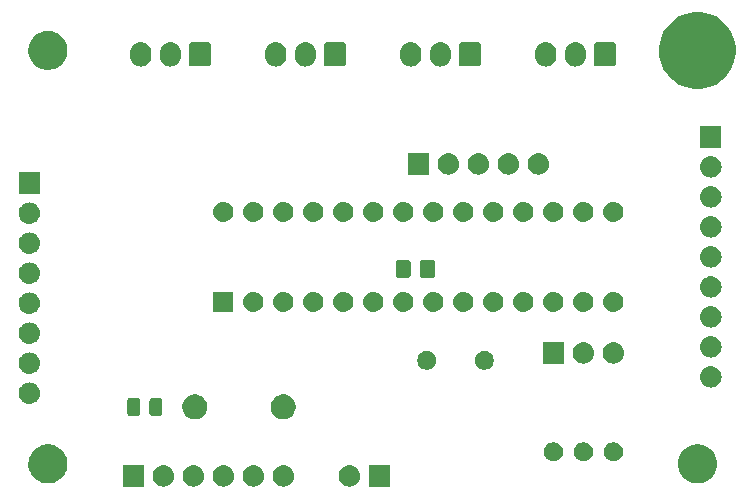
<source format=gbr>
G04 #@! TF.GenerationSoftware,KiCad,Pcbnew,(5.0.2)-1*
G04 #@! TF.CreationDate,2019-02-09T20:55:45-06:00*
G04 #@! TF.ProjectId,Halloween-Controller,48616c6c-6f77-4656-956e-2d436f6e7472,0.1*
G04 #@! TF.SameCoordinates,Original*
G04 #@! TF.FileFunction,Soldermask,Bot*
G04 #@! TF.FilePolarity,Negative*
%FSLAX46Y46*%
G04 Gerber Fmt 4.6, Leading zero omitted, Abs format (unit mm)*
G04 Created by KiCad (PCBNEW (5.0.2)-1) date 2/9/2019 8:55:45 PM*
%MOMM*%
%LPD*%
G01*
G04 APERTURE LIST*
%ADD10C,0.100000*%
G04 APERTURE END LIST*
D10*
G36*
X113931000Y-99453000D02*
X112129000Y-99453000D01*
X112129000Y-97651000D01*
X113931000Y-97651000D01*
X113931000Y-99453000D01*
X113931000Y-99453000D01*
G37*
G36*
X134759000Y-99453000D02*
X132957000Y-99453000D01*
X132957000Y-97651000D01*
X134759000Y-97651000D01*
X134759000Y-99453000D01*
X134759000Y-99453000D01*
G37*
G36*
X131428443Y-97657519D02*
X131494627Y-97664037D01*
X131607853Y-97698384D01*
X131664467Y-97715557D01*
X131803087Y-97789652D01*
X131820991Y-97799222D01*
X131856729Y-97828552D01*
X131958186Y-97911814D01*
X132041448Y-98013271D01*
X132070778Y-98049009D01*
X132070779Y-98049011D01*
X132154443Y-98205533D01*
X132154443Y-98205534D01*
X132205963Y-98375373D01*
X132223359Y-98552000D01*
X132205963Y-98728627D01*
X132178727Y-98818413D01*
X132154443Y-98898467D01*
X132100654Y-98999097D01*
X132070778Y-99054991D01*
X132041448Y-99090729D01*
X131958186Y-99192186D01*
X131856729Y-99275448D01*
X131820991Y-99304778D01*
X131820989Y-99304779D01*
X131664467Y-99388443D01*
X131607853Y-99405616D01*
X131494627Y-99439963D01*
X131428443Y-99446481D01*
X131362260Y-99453000D01*
X131273740Y-99453000D01*
X131207557Y-99446481D01*
X131141373Y-99439963D01*
X131028147Y-99405616D01*
X130971533Y-99388443D01*
X130815011Y-99304779D01*
X130815009Y-99304778D01*
X130779271Y-99275448D01*
X130677814Y-99192186D01*
X130594552Y-99090729D01*
X130565222Y-99054991D01*
X130535346Y-98999097D01*
X130481557Y-98898467D01*
X130457273Y-98818413D01*
X130430037Y-98728627D01*
X130412641Y-98552000D01*
X130430037Y-98375373D01*
X130481557Y-98205534D01*
X130481557Y-98205533D01*
X130565221Y-98049011D01*
X130565222Y-98049009D01*
X130594552Y-98013271D01*
X130677814Y-97911814D01*
X130779271Y-97828552D01*
X130815009Y-97799222D01*
X130832913Y-97789652D01*
X130971533Y-97715557D01*
X131028147Y-97698384D01*
X131141373Y-97664037D01*
X131207557Y-97657519D01*
X131273740Y-97651000D01*
X131362260Y-97651000D01*
X131428443Y-97657519D01*
X131428443Y-97657519D01*
G37*
G36*
X125840443Y-97657519D02*
X125906627Y-97664037D01*
X126019853Y-97698384D01*
X126076467Y-97715557D01*
X126215087Y-97789652D01*
X126232991Y-97799222D01*
X126268729Y-97828552D01*
X126370186Y-97911814D01*
X126453448Y-98013271D01*
X126482778Y-98049009D01*
X126482779Y-98049011D01*
X126566443Y-98205533D01*
X126566443Y-98205534D01*
X126617963Y-98375373D01*
X126635359Y-98552000D01*
X126617963Y-98728627D01*
X126590727Y-98818413D01*
X126566443Y-98898467D01*
X126512654Y-98999097D01*
X126482778Y-99054991D01*
X126453448Y-99090729D01*
X126370186Y-99192186D01*
X126268729Y-99275448D01*
X126232991Y-99304778D01*
X126232989Y-99304779D01*
X126076467Y-99388443D01*
X126019853Y-99405616D01*
X125906627Y-99439963D01*
X125840443Y-99446481D01*
X125774260Y-99453000D01*
X125685740Y-99453000D01*
X125619557Y-99446481D01*
X125553373Y-99439963D01*
X125440147Y-99405616D01*
X125383533Y-99388443D01*
X125227011Y-99304779D01*
X125227009Y-99304778D01*
X125191271Y-99275448D01*
X125089814Y-99192186D01*
X125006552Y-99090729D01*
X124977222Y-99054991D01*
X124947346Y-98999097D01*
X124893557Y-98898467D01*
X124869273Y-98818413D01*
X124842037Y-98728627D01*
X124824641Y-98552000D01*
X124842037Y-98375373D01*
X124893557Y-98205534D01*
X124893557Y-98205533D01*
X124977221Y-98049011D01*
X124977222Y-98049009D01*
X125006552Y-98013271D01*
X125089814Y-97911814D01*
X125191271Y-97828552D01*
X125227009Y-97799222D01*
X125244913Y-97789652D01*
X125383533Y-97715557D01*
X125440147Y-97698384D01*
X125553373Y-97664037D01*
X125619557Y-97657519D01*
X125685740Y-97651000D01*
X125774260Y-97651000D01*
X125840443Y-97657519D01*
X125840443Y-97657519D01*
G37*
G36*
X123300443Y-97657519D02*
X123366627Y-97664037D01*
X123479853Y-97698384D01*
X123536467Y-97715557D01*
X123675087Y-97789652D01*
X123692991Y-97799222D01*
X123728729Y-97828552D01*
X123830186Y-97911814D01*
X123913448Y-98013271D01*
X123942778Y-98049009D01*
X123942779Y-98049011D01*
X124026443Y-98205533D01*
X124026443Y-98205534D01*
X124077963Y-98375373D01*
X124095359Y-98552000D01*
X124077963Y-98728627D01*
X124050727Y-98818413D01*
X124026443Y-98898467D01*
X123972654Y-98999097D01*
X123942778Y-99054991D01*
X123913448Y-99090729D01*
X123830186Y-99192186D01*
X123728729Y-99275448D01*
X123692991Y-99304778D01*
X123692989Y-99304779D01*
X123536467Y-99388443D01*
X123479853Y-99405616D01*
X123366627Y-99439963D01*
X123300443Y-99446481D01*
X123234260Y-99453000D01*
X123145740Y-99453000D01*
X123079557Y-99446481D01*
X123013373Y-99439963D01*
X122900147Y-99405616D01*
X122843533Y-99388443D01*
X122687011Y-99304779D01*
X122687009Y-99304778D01*
X122651271Y-99275448D01*
X122549814Y-99192186D01*
X122466552Y-99090729D01*
X122437222Y-99054991D01*
X122407346Y-98999097D01*
X122353557Y-98898467D01*
X122329273Y-98818413D01*
X122302037Y-98728627D01*
X122284641Y-98552000D01*
X122302037Y-98375373D01*
X122353557Y-98205534D01*
X122353557Y-98205533D01*
X122437221Y-98049011D01*
X122437222Y-98049009D01*
X122466552Y-98013271D01*
X122549814Y-97911814D01*
X122651271Y-97828552D01*
X122687009Y-97799222D01*
X122704913Y-97789652D01*
X122843533Y-97715557D01*
X122900147Y-97698384D01*
X123013373Y-97664037D01*
X123079557Y-97657519D01*
X123145740Y-97651000D01*
X123234260Y-97651000D01*
X123300443Y-97657519D01*
X123300443Y-97657519D01*
G37*
G36*
X118220443Y-97657519D02*
X118286627Y-97664037D01*
X118399853Y-97698384D01*
X118456467Y-97715557D01*
X118595087Y-97789652D01*
X118612991Y-97799222D01*
X118648729Y-97828552D01*
X118750186Y-97911814D01*
X118833448Y-98013271D01*
X118862778Y-98049009D01*
X118862779Y-98049011D01*
X118946443Y-98205533D01*
X118946443Y-98205534D01*
X118997963Y-98375373D01*
X119015359Y-98552000D01*
X118997963Y-98728627D01*
X118970727Y-98818413D01*
X118946443Y-98898467D01*
X118892654Y-98999097D01*
X118862778Y-99054991D01*
X118833448Y-99090729D01*
X118750186Y-99192186D01*
X118648729Y-99275448D01*
X118612991Y-99304778D01*
X118612989Y-99304779D01*
X118456467Y-99388443D01*
X118399853Y-99405616D01*
X118286627Y-99439963D01*
X118220443Y-99446481D01*
X118154260Y-99453000D01*
X118065740Y-99453000D01*
X117999557Y-99446481D01*
X117933373Y-99439963D01*
X117820147Y-99405616D01*
X117763533Y-99388443D01*
X117607011Y-99304779D01*
X117607009Y-99304778D01*
X117571271Y-99275448D01*
X117469814Y-99192186D01*
X117386552Y-99090729D01*
X117357222Y-99054991D01*
X117327346Y-98999097D01*
X117273557Y-98898467D01*
X117249273Y-98818413D01*
X117222037Y-98728627D01*
X117204641Y-98552000D01*
X117222037Y-98375373D01*
X117273557Y-98205534D01*
X117273557Y-98205533D01*
X117357221Y-98049011D01*
X117357222Y-98049009D01*
X117386552Y-98013271D01*
X117469814Y-97911814D01*
X117571271Y-97828552D01*
X117607009Y-97799222D01*
X117624913Y-97789652D01*
X117763533Y-97715557D01*
X117820147Y-97698384D01*
X117933373Y-97664037D01*
X117999557Y-97657519D01*
X118065740Y-97651000D01*
X118154260Y-97651000D01*
X118220443Y-97657519D01*
X118220443Y-97657519D01*
G37*
G36*
X120760443Y-97657519D02*
X120826627Y-97664037D01*
X120939853Y-97698384D01*
X120996467Y-97715557D01*
X121135087Y-97789652D01*
X121152991Y-97799222D01*
X121188729Y-97828552D01*
X121290186Y-97911814D01*
X121373448Y-98013271D01*
X121402778Y-98049009D01*
X121402779Y-98049011D01*
X121486443Y-98205533D01*
X121486443Y-98205534D01*
X121537963Y-98375373D01*
X121555359Y-98552000D01*
X121537963Y-98728627D01*
X121510727Y-98818413D01*
X121486443Y-98898467D01*
X121432654Y-98999097D01*
X121402778Y-99054991D01*
X121373448Y-99090729D01*
X121290186Y-99192186D01*
X121188729Y-99275448D01*
X121152991Y-99304778D01*
X121152989Y-99304779D01*
X120996467Y-99388443D01*
X120939853Y-99405616D01*
X120826627Y-99439963D01*
X120760443Y-99446481D01*
X120694260Y-99453000D01*
X120605740Y-99453000D01*
X120539557Y-99446481D01*
X120473373Y-99439963D01*
X120360147Y-99405616D01*
X120303533Y-99388443D01*
X120147011Y-99304779D01*
X120147009Y-99304778D01*
X120111271Y-99275448D01*
X120009814Y-99192186D01*
X119926552Y-99090729D01*
X119897222Y-99054991D01*
X119867346Y-98999097D01*
X119813557Y-98898467D01*
X119789273Y-98818413D01*
X119762037Y-98728627D01*
X119744641Y-98552000D01*
X119762037Y-98375373D01*
X119813557Y-98205534D01*
X119813557Y-98205533D01*
X119897221Y-98049011D01*
X119897222Y-98049009D01*
X119926552Y-98013271D01*
X120009814Y-97911814D01*
X120111271Y-97828552D01*
X120147009Y-97799222D01*
X120164913Y-97789652D01*
X120303533Y-97715557D01*
X120360147Y-97698384D01*
X120473373Y-97664037D01*
X120539557Y-97657519D01*
X120605740Y-97651000D01*
X120694260Y-97651000D01*
X120760443Y-97657519D01*
X120760443Y-97657519D01*
G37*
G36*
X115680443Y-97657519D02*
X115746627Y-97664037D01*
X115859853Y-97698384D01*
X115916467Y-97715557D01*
X116055087Y-97789652D01*
X116072991Y-97799222D01*
X116108729Y-97828552D01*
X116210186Y-97911814D01*
X116293448Y-98013271D01*
X116322778Y-98049009D01*
X116322779Y-98049011D01*
X116406443Y-98205533D01*
X116406443Y-98205534D01*
X116457963Y-98375373D01*
X116475359Y-98552000D01*
X116457963Y-98728627D01*
X116430727Y-98818413D01*
X116406443Y-98898467D01*
X116352654Y-98999097D01*
X116322778Y-99054991D01*
X116293448Y-99090729D01*
X116210186Y-99192186D01*
X116108729Y-99275448D01*
X116072991Y-99304778D01*
X116072989Y-99304779D01*
X115916467Y-99388443D01*
X115859853Y-99405616D01*
X115746627Y-99439963D01*
X115680443Y-99446481D01*
X115614260Y-99453000D01*
X115525740Y-99453000D01*
X115459557Y-99446481D01*
X115393373Y-99439963D01*
X115280147Y-99405616D01*
X115223533Y-99388443D01*
X115067011Y-99304779D01*
X115067009Y-99304778D01*
X115031271Y-99275448D01*
X114929814Y-99192186D01*
X114846552Y-99090729D01*
X114817222Y-99054991D01*
X114787346Y-98999097D01*
X114733557Y-98898467D01*
X114709273Y-98818413D01*
X114682037Y-98728627D01*
X114664641Y-98552000D01*
X114682037Y-98375373D01*
X114733557Y-98205534D01*
X114733557Y-98205533D01*
X114817221Y-98049011D01*
X114817222Y-98049009D01*
X114846552Y-98013271D01*
X114929814Y-97911814D01*
X115031271Y-97828552D01*
X115067009Y-97799222D01*
X115084913Y-97789652D01*
X115223533Y-97715557D01*
X115280147Y-97698384D01*
X115393373Y-97664037D01*
X115459557Y-97657519D01*
X115525740Y-97651000D01*
X115614260Y-97651000D01*
X115680443Y-97657519D01*
X115680443Y-97657519D01*
G37*
G36*
X106166256Y-95927298D02*
X106272579Y-95948447D01*
X106573042Y-96072903D01*
X106839852Y-96251180D01*
X106843454Y-96253587D01*
X107073413Y-96483546D01*
X107073415Y-96483549D01*
X107254097Y-96753958D01*
X107371858Y-97038257D01*
X107378553Y-97054422D01*
X107427752Y-97301758D01*
X107442000Y-97373391D01*
X107442000Y-97698609D01*
X107378553Y-98017579D01*
X107254097Y-98318042D01*
X107215788Y-98375375D01*
X107073413Y-98588454D01*
X106843454Y-98818413D01*
X106843451Y-98818415D01*
X106573042Y-98999097D01*
X106272579Y-99123553D01*
X106166256Y-99144702D01*
X105953611Y-99187000D01*
X105628389Y-99187000D01*
X105415744Y-99144702D01*
X105309421Y-99123553D01*
X105008958Y-98999097D01*
X104738549Y-98818415D01*
X104738546Y-98818413D01*
X104508587Y-98588454D01*
X104366212Y-98375375D01*
X104327903Y-98318042D01*
X104203447Y-98017579D01*
X104140000Y-97698609D01*
X104140000Y-97373391D01*
X104154249Y-97301758D01*
X104203447Y-97054422D01*
X104210143Y-97038257D01*
X104327903Y-96753958D01*
X104508585Y-96483549D01*
X104508587Y-96483546D01*
X104738546Y-96253587D01*
X104742148Y-96251180D01*
X105008958Y-96072903D01*
X105309421Y-95948447D01*
X105415744Y-95927298D01*
X105628389Y-95885000D01*
X105953611Y-95885000D01*
X106166256Y-95927298D01*
X106166256Y-95927298D01*
G37*
G36*
X161166256Y-95927298D02*
X161272579Y-95948447D01*
X161573042Y-96072903D01*
X161839852Y-96251180D01*
X161843454Y-96253587D01*
X162073413Y-96483546D01*
X162073415Y-96483549D01*
X162254097Y-96753958D01*
X162371858Y-97038257D01*
X162378553Y-97054422D01*
X162427752Y-97301758D01*
X162442000Y-97373391D01*
X162442000Y-97698609D01*
X162378553Y-98017579D01*
X162254097Y-98318042D01*
X162215788Y-98375375D01*
X162073413Y-98588454D01*
X161843454Y-98818413D01*
X161843451Y-98818415D01*
X161573042Y-98999097D01*
X161272579Y-99123553D01*
X161166256Y-99144702D01*
X160953611Y-99187000D01*
X160628389Y-99187000D01*
X160415744Y-99144702D01*
X160309421Y-99123553D01*
X160008958Y-98999097D01*
X159738549Y-98818415D01*
X159738546Y-98818413D01*
X159508587Y-98588454D01*
X159366212Y-98375375D01*
X159327903Y-98318042D01*
X159203447Y-98017579D01*
X159140000Y-97698609D01*
X159140000Y-97373391D01*
X159154249Y-97301758D01*
X159203447Y-97054422D01*
X159210143Y-97038257D01*
X159327903Y-96753958D01*
X159508585Y-96483549D01*
X159508587Y-96483546D01*
X159738546Y-96253587D01*
X159742148Y-96251180D01*
X160008958Y-96072903D01*
X160309421Y-95948447D01*
X160415744Y-95927298D01*
X160628389Y-95885000D01*
X160953611Y-95885000D01*
X161166256Y-95927298D01*
X161166256Y-95927298D01*
G37*
G36*
X148827142Y-95738242D02*
X148975102Y-95799530D01*
X149108258Y-95888502D01*
X149221498Y-96001742D01*
X149310470Y-96134898D01*
X149371758Y-96282858D01*
X149403000Y-96439925D01*
X149403000Y-96600075D01*
X149371758Y-96757142D01*
X149310470Y-96905102D01*
X149221498Y-97038258D01*
X149108258Y-97151498D01*
X148975102Y-97240470D01*
X148827142Y-97301758D01*
X148670075Y-97333000D01*
X148509925Y-97333000D01*
X148352858Y-97301758D01*
X148204898Y-97240470D01*
X148071742Y-97151498D01*
X147958502Y-97038258D01*
X147869530Y-96905102D01*
X147808242Y-96757142D01*
X147777000Y-96600075D01*
X147777000Y-96439925D01*
X147808242Y-96282858D01*
X147869530Y-96134898D01*
X147958502Y-96001742D01*
X148071742Y-95888502D01*
X148204898Y-95799530D01*
X148352858Y-95738242D01*
X148509925Y-95707000D01*
X148670075Y-95707000D01*
X148827142Y-95738242D01*
X148827142Y-95738242D01*
G37*
G36*
X151367142Y-95738242D02*
X151515102Y-95799530D01*
X151648258Y-95888502D01*
X151761498Y-96001742D01*
X151850470Y-96134898D01*
X151911758Y-96282858D01*
X151943000Y-96439925D01*
X151943000Y-96600075D01*
X151911758Y-96757142D01*
X151850470Y-96905102D01*
X151761498Y-97038258D01*
X151648258Y-97151498D01*
X151515102Y-97240470D01*
X151367142Y-97301758D01*
X151210075Y-97333000D01*
X151049925Y-97333000D01*
X150892858Y-97301758D01*
X150744898Y-97240470D01*
X150611742Y-97151498D01*
X150498502Y-97038258D01*
X150409530Y-96905102D01*
X150348242Y-96757142D01*
X150317000Y-96600075D01*
X150317000Y-96439925D01*
X150348242Y-96282858D01*
X150409530Y-96134898D01*
X150498502Y-96001742D01*
X150611742Y-95888502D01*
X150744898Y-95799530D01*
X150892858Y-95738242D01*
X151049925Y-95707000D01*
X151210075Y-95707000D01*
X151367142Y-95738242D01*
X151367142Y-95738242D01*
G37*
G36*
X153907142Y-95738242D02*
X154055102Y-95799530D01*
X154188258Y-95888502D01*
X154301498Y-96001742D01*
X154390470Y-96134898D01*
X154451758Y-96282858D01*
X154483000Y-96439925D01*
X154483000Y-96600075D01*
X154451758Y-96757142D01*
X154390470Y-96905102D01*
X154301498Y-97038258D01*
X154188258Y-97151498D01*
X154055102Y-97240470D01*
X153907142Y-97301758D01*
X153750075Y-97333000D01*
X153589925Y-97333000D01*
X153432858Y-97301758D01*
X153284898Y-97240470D01*
X153151742Y-97151498D01*
X153038502Y-97038258D01*
X152949530Y-96905102D01*
X152888242Y-96757142D01*
X152857000Y-96600075D01*
X152857000Y-96439925D01*
X152888242Y-96282858D01*
X152949530Y-96134898D01*
X153038502Y-96001742D01*
X153151742Y-95888502D01*
X153284898Y-95799530D01*
X153432858Y-95738242D01*
X153589925Y-95707000D01*
X153750075Y-95707000D01*
X153907142Y-95738242D01*
X153907142Y-95738242D01*
G37*
G36*
X118536565Y-91699389D02*
X118727834Y-91778615D01*
X118899976Y-91893637D01*
X119046363Y-92040024D01*
X119161385Y-92212166D01*
X119240611Y-92403435D01*
X119281000Y-92606484D01*
X119281000Y-92813516D01*
X119240611Y-93016565D01*
X119161385Y-93207834D01*
X119046363Y-93379976D01*
X118899976Y-93526363D01*
X118727834Y-93641385D01*
X118536565Y-93720611D01*
X118333516Y-93761000D01*
X118126484Y-93761000D01*
X117923435Y-93720611D01*
X117732166Y-93641385D01*
X117560024Y-93526363D01*
X117413637Y-93379976D01*
X117298615Y-93207834D01*
X117219389Y-93016565D01*
X117179000Y-92813516D01*
X117179000Y-92606484D01*
X117219389Y-92403435D01*
X117298615Y-92212166D01*
X117413637Y-92040024D01*
X117560024Y-91893637D01*
X117732166Y-91778615D01*
X117923435Y-91699389D01*
X118126484Y-91659000D01*
X118333516Y-91659000D01*
X118536565Y-91699389D01*
X118536565Y-91699389D01*
G37*
G36*
X126036565Y-91699389D02*
X126227834Y-91778615D01*
X126399976Y-91893637D01*
X126546363Y-92040024D01*
X126661385Y-92212166D01*
X126740611Y-92403435D01*
X126781000Y-92606484D01*
X126781000Y-92813516D01*
X126740611Y-93016565D01*
X126661385Y-93207834D01*
X126546363Y-93379976D01*
X126399976Y-93526363D01*
X126227834Y-93641385D01*
X126036565Y-93720611D01*
X125833516Y-93761000D01*
X125626484Y-93761000D01*
X125423435Y-93720611D01*
X125232166Y-93641385D01*
X125060024Y-93526363D01*
X124913637Y-93379976D01*
X124798615Y-93207834D01*
X124719389Y-93016565D01*
X124679000Y-92813516D01*
X124679000Y-92606484D01*
X124719389Y-92403435D01*
X124798615Y-92212166D01*
X124913637Y-92040024D01*
X125060024Y-91893637D01*
X125232166Y-91778615D01*
X125423435Y-91699389D01*
X125626484Y-91659000D01*
X125833516Y-91659000D01*
X126036565Y-91699389D01*
X126036565Y-91699389D01*
G37*
G36*
X113431966Y-91963565D02*
X113470637Y-91975296D01*
X113506279Y-91994348D01*
X113537517Y-92019983D01*
X113563152Y-92051221D01*
X113582204Y-92086863D01*
X113593935Y-92125534D01*
X113598500Y-92171888D01*
X113598500Y-93248112D01*
X113593935Y-93294466D01*
X113582204Y-93333137D01*
X113563152Y-93368779D01*
X113537517Y-93400017D01*
X113506279Y-93425652D01*
X113470637Y-93444704D01*
X113431966Y-93456435D01*
X113385612Y-93461000D01*
X112734388Y-93461000D01*
X112688034Y-93456435D01*
X112649363Y-93444704D01*
X112613721Y-93425652D01*
X112582483Y-93400017D01*
X112556848Y-93368779D01*
X112537796Y-93333137D01*
X112526065Y-93294466D01*
X112521500Y-93248112D01*
X112521500Y-92171888D01*
X112526065Y-92125534D01*
X112537796Y-92086863D01*
X112556848Y-92051221D01*
X112582483Y-92019983D01*
X112613721Y-91994348D01*
X112649363Y-91975296D01*
X112688034Y-91963565D01*
X112734388Y-91959000D01*
X113385612Y-91959000D01*
X113431966Y-91963565D01*
X113431966Y-91963565D01*
G37*
G36*
X115306966Y-91963565D02*
X115345637Y-91975296D01*
X115381279Y-91994348D01*
X115412517Y-92019983D01*
X115438152Y-92051221D01*
X115457204Y-92086863D01*
X115468935Y-92125534D01*
X115473500Y-92171888D01*
X115473500Y-93248112D01*
X115468935Y-93294466D01*
X115457204Y-93333137D01*
X115438152Y-93368779D01*
X115412517Y-93400017D01*
X115381279Y-93425652D01*
X115345637Y-93444704D01*
X115306966Y-93456435D01*
X115260612Y-93461000D01*
X114609388Y-93461000D01*
X114563034Y-93456435D01*
X114524363Y-93444704D01*
X114488721Y-93425652D01*
X114457483Y-93400017D01*
X114431848Y-93368779D01*
X114412796Y-93333137D01*
X114401065Y-93294466D01*
X114396500Y-93248112D01*
X114396500Y-92171888D01*
X114401065Y-92125534D01*
X114412796Y-92086863D01*
X114431848Y-92051221D01*
X114457483Y-92019983D01*
X114488721Y-91994348D01*
X114524363Y-91975296D01*
X114563034Y-91963565D01*
X114609388Y-91959000D01*
X115260612Y-91959000D01*
X115306966Y-91963565D01*
X115306966Y-91963565D01*
G37*
G36*
X104326642Y-90647118D02*
X104392827Y-90653637D01*
X104506053Y-90687984D01*
X104562667Y-90705157D01*
X104701287Y-90779252D01*
X104719191Y-90788822D01*
X104745223Y-90810186D01*
X104856386Y-90901414D01*
X104939648Y-91002871D01*
X104968978Y-91038609D01*
X104968979Y-91038611D01*
X105052643Y-91195133D01*
X105052643Y-91195134D01*
X105104163Y-91364973D01*
X105121559Y-91541600D01*
X105104163Y-91718227D01*
X105085844Y-91778616D01*
X105052643Y-91888067D01*
X105014728Y-91959000D01*
X104968978Y-92044591D01*
X104941016Y-92078663D01*
X104856386Y-92181786D01*
X104754929Y-92265048D01*
X104719191Y-92294378D01*
X104719189Y-92294379D01*
X104562667Y-92378043D01*
X104506053Y-92395216D01*
X104392827Y-92429563D01*
X104326642Y-92436082D01*
X104260460Y-92442600D01*
X104171940Y-92442600D01*
X104105758Y-92436082D01*
X104039573Y-92429563D01*
X103926347Y-92395216D01*
X103869733Y-92378043D01*
X103713211Y-92294379D01*
X103713209Y-92294378D01*
X103677471Y-92265048D01*
X103576014Y-92181786D01*
X103491384Y-92078663D01*
X103463422Y-92044591D01*
X103417672Y-91959000D01*
X103379757Y-91888067D01*
X103346556Y-91778616D01*
X103328237Y-91718227D01*
X103310841Y-91541600D01*
X103328237Y-91364973D01*
X103379757Y-91195134D01*
X103379757Y-91195133D01*
X103463421Y-91038611D01*
X103463422Y-91038609D01*
X103492752Y-91002871D01*
X103576014Y-90901414D01*
X103687177Y-90810186D01*
X103713209Y-90788822D01*
X103731113Y-90779252D01*
X103869733Y-90705157D01*
X103926347Y-90687984D01*
X104039573Y-90653637D01*
X104105758Y-90647118D01*
X104171940Y-90640600D01*
X104260460Y-90640600D01*
X104326642Y-90647118D01*
X104326642Y-90647118D01*
G37*
G36*
X162035443Y-89275519D02*
X162101627Y-89282037D01*
X162214853Y-89316384D01*
X162271467Y-89333557D01*
X162387573Y-89395618D01*
X162427991Y-89417222D01*
X162463729Y-89446552D01*
X162565186Y-89529814D01*
X162648448Y-89631271D01*
X162677778Y-89667009D01*
X162677779Y-89667011D01*
X162761443Y-89823533D01*
X162761443Y-89823534D01*
X162812963Y-89993373D01*
X162830359Y-90170000D01*
X162812963Y-90346627D01*
X162778616Y-90459853D01*
X162761443Y-90516467D01*
X162688123Y-90653637D01*
X162677778Y-90672991D01*
X162651380Y-90705157D01*
X162565186Y-90810186D01*
X162463729Y-90893448D01*
X162427991Y-90922778D01*
X162427989Y-90922779D01*
X162271467Y-91006443D01*
X162214853Y-91023616D01*
X162101627Y-91057963D01*
X162035442Y-91064482D01*
X161969260Y-91071000D01*
X161880740Y-91071000D01*
X161814558Y-91064482D01*
X161748373Y-91057963D01*
X161635147Y-91023616D01*
X161578533Y-91006443D01*
X161422011Y-90922779D01*
X161422009Y-90922778D01*
X161386271Y-90893448D01*
X161284814Y-90810186D01*
X161198620Y-90705157D01*
X161172222Y-90672991D01*
X161161877Y-90653637D01*
X161088557Y-90516467D01*
X161071384Y-90459853D01*
X161037037Y-90346627D01*
X161019641Y-90170000D01*
X161037037Y-89993373D01*
X161088557Y-89823534D01*
X161088557Y-89823533D01*
X161172221Y-89667011D01*
X161172222Y-89667009D01*
X161201552Y-89631271D01*
X161284814Y-89529814D01*
X161386271Y-89446552D01*
X161422009Y-89417222D01*
X161462427Y-89395618D01*
X161578533Y-89333557D01*
X161635147Y-89316384D01*
X161748373Y-89282037D01*
X161814557Y-89275519D01*
X161880740Y-89269000D01*
X161969260Y-89269000D01*
X162035443Y-89275519D01*
X162035443Y-89275519D01*
G37*
G36*
X104326642Y-88107118D02*
X104392827Y-88113637D01*
X104473141Y-88138000D01*
X104562667Y-88165157D01*
X104701287Y-88239252D01*
X104719191Y-88248822D01*
X104745223Y-88270186D01*
X104856386Y-88361414D01*
X104939648Y-88462871D01*
X104968978Y-88498609D01*
X104968979Y-88498611D01*
X105052643Y-88655133D01*
X105052643Y-88655134D01*
X105104163Y-88824973D01*
X105121559Y-89001600D01*
X105104163Y-89178227D01*
X105076627Y-89269000D01*
X105052643Y-89348067D01*
X105027226Y-89395618D01*
X104968978Y-89504591D01*
X104948278Y-89529814D01*
X104856386Y-89641786D01*
X104754929Y-89725048D01*
X104719191Y-89754378D01*
X104719189Y-89754379D01*
X104562667Y-89838043D01*
X104506053Y-89855216D01*
X104392827Y-89889563D01*
X104326643Y-89896081D01*
X104260460Y-89902600D01*
X104171940Y-89902600D01*
X104105757Y-89896081D01*
X104039573Y-89889563D01*
X103926347Y-89855216D01*
X103869733Y-89838043D01*
X103713211Y-89754379D01*
X103713209Y-89754378D01*
X103677471Y-89725048D01*
X103576014Y-89641786D01*
X103484122Y-89529814D01*
X103463422Y-89504591D01*
X103405174Y-89395618D01*
X103379757Y-89348067D01*
X103355773Y-89269000D01*
X103328237Y-89178227D01*
X103310841Y-89001600D01*
X103328237Y-88824973D01*
X103379757Y-88655134D01*
X103379757Y-88655133D01*
X103463421Y-88498611D01*
X103463422Y-88498609D01*
X103492752Y-88462871D01*
X103576014Y-88361414D01*
X103687177Y-88270186D01*
X103713209Y-88248822D01*
X103731113Y-88239252D01*
X103869733Y-88165157D01*
X103959259Y-88138000D01*
X104039573Y-88113637D01*
X104105758Y-88107118D01*
X104171940Y-88100600D01*
X104260460Y-88100600D01*
X104326642Y-88107118D01*
X104326642Y-88107118D01*
G37*
G36*
X138099929Y-88002234D02*
X138245806Y-88062658D01*
X138358563Y-88138000D01*
X138377094Y-88150382D01*
X138488738Y-88262026D01*
X138488740Y-88262029D01*
X138576462Y-88393314D01*
X138636886Y-88539191D01*
X138667690Y-88694052D01*
X138667690Y-88851948D01*
X138636886Y-89006809D01*
X138576462Y-89152686D01*
X138498743Y-89269000D01*
X138488738Y-89283974D01*
X138377094Y-89395618D01*
X138377091Y-89395620D01*
X138245806Y-89483342D01*
X138099929Y-89543766D01*
X137945068Y-89574570D01*
X137787172Y-89574570D01*
X137632311Y-89543766D01*
X137486434Y-89483342D01*
X137355149Y-89395620D01*
X137355146Y-89395618D01*
X137243502Y-89283974D01*
X137233497Y-89269000D01*
X137155778Y-89152686D01*
X137095354Y-89006809D01*
X137064550Y-88851948D01*
X137064550Y-88694052D01*
X137095354Y-88539191D01*
X137155778Y-88393314D01*
X137243500Y-88262029D01*
X137243502Y-88262026D01*
X137355146Y-88150382D01*
X137373677Y-88138000D01*
X137486434Y-88062658D01*
X137632311Y-88002234D01*
X137787172Y-87971430D01*
X137945068Y-87971430D01*
X138099929Y-88002234D01*
X138099929Y-88002234D01*
G37*
G36*
X142981809Y-88002234D02*
X143127686Y-88062658D01*
X143240443Y-88138000D01*
X143258974Y-88150382D01*
X143370618Y-88262026D01*
X143370620Y-88262029D01*
X143458342Y-88393314D01*
X143518766Y-88539191D01*
X143549570Y-88694052D01*
X143549570Y-88851948D01*
X143518766Y-89006809D01*
X143458342Y-89152686D01*
X143380623Y-89269000D01*
X143370618Y-89283974D01*
X143258974Y-89395618D01*
X143258971Y-89395620D01*
X143127686Y-89483342D01*
X142981809Y-89543766D01*
X142826948Y-89574570D01*
X142669052Y-89574570D01*
X142514191Y-89543766D01*
X142368314Y-89483342D01*
X142237029Y-89395620D01*
X142237026Y-89395618D01*
X142125382Y-89283974D01*
X142115377Y-89269000D01*
X142037658Y-89152686D01*
X141977234Y-89006809D01*
X141946430Y-88851948D01*
X141946430Y-88694052D01*
X141977234Y-88539191D01*
X142037658Y-88393314D01*
X142125380Y-88262029D01*
X142125382Y-88262026D01*
X142237026Y-88150382D01*
X142255557Y-88138000D01*
X142368314Y-88062658D01*
X142514191Y-88002234D01*
X142669052Y-87971430D01*
X142826948Y-87971430D01*
X142981809Y-88002234D01*
X142981809Y-88002234D01*
G37*
G36*
X149491000Y-89039000D02*
X147689000Y-89039000D01*
X147689000Y-87237000D01*
X149491000Y-87237000D01*
X149491000Y-89039000D01*
X149491000Y-89039000D01*
G37*
G36*
X151240442Y-87243518D02*
X151306627Y-87250037D01*
X151417049Y-87283533D01*
X151476467Y-87301557D01*
X151590669Y-87362600D01*
X151632991Y-87385222D01*
X151668729Y-87414552D01*
X151770186Y-87497814D01*
X151853448Y-87599271D01*
X151882778Y-87635009D01*
X151882779Y-87635011D01*
X151966443Y-87791533D01*
X151983616Y-87848147D01*
X152017963Y-87961373D01*
X152035359Y-88138000D01*
X152017963Y-88314627D01*
X151983616Y-88427853D01*
X151966443Y-88484467D01*
X151941570Y-88531000D01*
X151882778Y-88640991D01*
X151871171Y-88655134D01*
X151770186Y-88778186D01*
X151680305Y-88851948D01*
X151632991Y-88890778D01*
X151632989Y-88890779D01*
X151476467Y-88974443D01*
X151419853Y-88991616D01*
X151306627Y-89025963D01*
X151240443Y-89032481D01*
X151174260Y-89039000D01*
X151085740Y-89039000D01*
X151019557Y-89032481D01*
X150953373Y-89025963D01*
X150840147Y-88991616D01*
X150783533Y-88974443D01*
X150627011Y-88890779D01*
X150627009Y-88890778D01*
X150579695Y-88851948D01*
X150489814Y-88778186D01*
X150388829Y-88655134D01*
X150377222Y-88640991D01*
X150318430Y-88531000D01*
X150293557Y-88484467D01*
X150276384Y-88427853D01*
X150242037Y-88314627D01*
X150224641Y-88138000D01*
X150242037Y-87961373D01*
X150276384Y-87848147D01*
X150293557Y-87791533D01*
X150377221Y-87635011D01*
X150377222Y-87635009D01*
X150406552Y-87599271D01*
X150489814Y-87497814D01*
X150591271Y-87414552D01*
X150627009Y-87385222D01*
X150669331Y-87362600D01*
X150783533Y-87301557D01*
X150842951Y-87283533D01*
X150953373Y-87250037D01*
X151019558Y-87243518D01*
X151085740Y-87237000D01*
X151174260Y-87237000D01*
X151240442Y-87243518D01*
X151240442Y-87243518D01*
G37*
G36*
X153780442Y-87243518D02*
X153846627Y-87250037D01*
X153957049Y-87283533D01*
X154016467Y-87301557D01*
X154130669Y-87362600D01*
X154172991Y-87385222D01*
X154208729Y-87414552D01*
X154310186Y-87497814D01*
X154393448Y-87599271D01*
X154422778Y-87635009D01*
X154422779Y-87635011D01*
X154506443Y-87791533D01*
X154523616Y-87848147D01*
X154557963Y-87961373D01*
X154575359Y-88138000D01*
X154557963Y-88314627D01*
X154523616Y-88427853D01*
X154506443Y-88484467D01*
X154481570Y-88531000D01*
X154422778Y-88640991D01*
X154411171Y-88655134D01*
X154310186Y-88778186D01*
X154220305Y-88851948D01*
X154172991Y-88890778D01*
X154172989Y-88890779D01*
X154016467Y-88974443D01*
X153959853Y-88991616D01*
X153846627Y-89025963D01*
X153780443Y-89032481D01*
X153714260Y-89039000D01*
X153625740Y-89039000D01*
X153559557Y-89032481D01*
X153493373Y-89025963D01*
X153380147Y-88991616D01*
X153323533Y-88974443D01*
X153167011Y-88890779D01*
X153167009Y-88890778D01*
X153119695Y-88851948D01*
X153029814Y-88778186D01*
X152928829Y-88655134D01*
X152917222Y-88640991D01*
X152858430Y-88531000D01*
X152833557Y-88484467D01*
X152816384Y-88427853D01*
X152782037Y-88314627D01*
X152764641Y-88138000D01*
X152782037Y-87961373D01*
X152816384Y-87848147D01*
X152833557Y-87791533D01*
X152917221Y-87635011D01*
X152917222Y-87635009D01*
X152946552Y-87599271D01*
X153029814Y-87497814D01*
X153131271Y-87414552D01*
X153167009Y-87385222D01*
X153209331Y-87362600D01*
X153323533Y-87301557D01*
X153382951Y-87283533D01*
X153493373Y-87250037D01*
X153559558Y-87243518D01*
X153625740Y-87237000D01*
X153714260Y-87237000D01*
X153780442Y-87243518D01*
X153780442Y-87243518D01*
G37*
G36*
X162035442Y-86735518D02*
X162101627Y-86742037D01*
X162214853Y-86776384D01*
X162271467Y-86793557D01*
X162410087Y-86867652D01*
X162427991Y-86877222D01*
X162463729Y-86906552D01*
X162565186Y-86989814D01*
X162648448Y-87091271D01*
X162677778Y-87127009D01*
X162677779Y-87127011D01*
X162761443Y-87283533D01*
X162761443Y-87283534D01*
X162812963Y-87453373D01*
X162830359Y-87630000D01*
X162812963Y-87806627D01*
X162778616Y-87919853D01*
X162761443Y-87976467D01*
X162688123Y-88113637D01*
X162677778Y-88132991D01*
X162673667Y-88138000D01*
X162565186Y-88270186D01*
X162463729Y-88353448D01*
X162427991Y-88382778D01*
X162427989Y-88382779D01*
X162271467Y-88466443D01*
X162214853Y-88483616D01*
X162101627Y-88517963D01*
X162035442Y-88524482D01*
X161969260Y-88531000D01*
X161880740Y-88531000D01*
X161814558Y-88524482D01*
X161748373Y-88517963D01*
X161635147Y-88483616D01*
X161578533Y-88466443D01*
X161422011Y-88382779D01*
X161422009Y-88382778D01*
X161386271Y-88353448D01*
X161284814Y-88270186D01*
X161176333Y-88138000D01*
X161172222Y-88132991D01*
X161161877Y-88113637D01*
X161088557Y-87976467D01*
X161071384Y-87919853D01*
X161037037Y-87806627D01*
X161019641Y-87630000D01*
X161037037Y-87453373D01*
X161088557Y-87283534D01*
X161088557Y-87283533D01*
X161172221Y-87127011D01*
X161172222Y-87127009D01*
X161201552Y-87091271D01*
X161284814Y-86989814D01*
X161386271Y-86906552D01*
X161422009Y-86877222D01*
X161439913Y-86867652D01*
X161578533Y-86793557D01*
X161635147Y-86776384D01*
X161748373Y-86742037D01*
X161814558Y-86735518D01*
X161880740Y-86729000D01*
X161969260Y-86729000D01*
X162035442Y-86735518D01*
X162035442Y-86735518D01*
G37*
G36*
X104326643Y-85567119D02*
X104392827Y-85573637D01*
X104506053Y-85607984D01*
X104562667Y-85625157D01*
X104701287Y-85699252D01*
X104719191Y-85708822D01*
X104745223Y-85730186D01*
X104856386Y-85821414D01*
X104939648Y-85922871D01*
X104968978Y-85958609D01*
X104968979Y-85958611D01*
X105052643Y-86115133D01*
X105052643Y-86115134D01*
X105104163Y-86284973D01*
X105121559Y-86461600D01*
X105104163Y-86638227D01*
X105076627Y-86729000D01*
X105052643Y-86808067D01*
X105015679Y-86877221D01*
X104968978Y-86964591D01*
X104948278Y-86989814D01*
X104856386Y-87101786D01*
X104754929Y-87185048D01*
X104719191Y-87214378D01*
X104719189Y-87214379D01*
X104562667Y-87298043D01*
X104506053Y-87315216D01*
X104392827Y-87349563D01*
X104326642Y-87356082D01*
X104260460Y-87362600D01*
X104171940Y-87362600D01*
X104105758Y-87356082D01*
X104039573Y-87349563D01*
X103926347Y-87315216D01*
X103869733Y-87298043D01*
X103713211Y-87214379D01*
X103713209Y-87214378D01*
X103677471Y-87185048D01*
X103576014Y-87101786D01*
X103484122Y-86989814D01*
X103463422Y-86964591D01*
X103416721Y-86877221D01*
X103379757Y-86808067D01*
X103355773Y-86729000D01*
X103328237Y-86638227D01*
X103310841Y-86461600D01*
X103328237Y-86284973D01*
X103379757Y-86115134D01*
X103379757Y-86115133D01*
X103463421Y-85958611D01*
X103463422Y-85958609D01*
X103492752Y-85922871D01*
X103576014Y-85821414D01*
X103687177Y-85730186D01*
X103713209Y-85708822D01*
X103731113Y-85699252D01*
X103869733Y-85625157D01*
X103926347Y-85607984D01*
X104039573Y-85573637D01*
X104105757Y-85567119D01*
X104171940Y-85560600D01*
X104260460Y-85560600D01*
X104326643Y-85567119D01*
X104326643Y-85567119D01*
G37*
G36*
X162035442Y-84195518D02*
X162101627Y-84202037D01*
X162214853Y-84236384D01*
X162271467Y-84253557D01*
X162349146Y-84295078D01*
X162427991Y-84337222D01*
X162463729Y-84366552D01*
X162565186Y-84449814D01*
X162648448Y-84551271D01*
X162677778Y-84587009D01*
X162677779Y-84587011D01*
X162761443Y-84743533D01*
X162761443Y-84743534D01*
X162812963Y-84913373D01*
X162830359Y-85090000D01*
X162812963Y-85266627D01*
X162778616Y-85379853D01*
X162761443Y-85436467D01*
X162688123Y-85573637D01*
X162677778Y-85592991D01*
X162651380Y-85625157D01*
X162565186Y-85730186D01*
X162463729Y-85813448D01*
X162427991Y-85842778D01*
X162427989Y-85842779D01*
X162271467Y-85926443D01*
X162214853Y-85943616D01*
X162101627Y-85977963D01*
X162035442Y-85984482D01*
X161969260Y-85991000D01*
X161880740Y-85991000D01*
X161814558Y-85984482D01*
X161748373Y-85977963D01*
X161635147Y-85943616D01*
X161578533Y-85926443D01*
X161422011Y-85842779D01*
X161422009Y-85842778D01*
X161386271Y-85813448D01*
X161284814Y-85730186D01*
X161198620Y-85625157D01*
X161172222Y-85592991D01*
X161161877Y-85573637D01*
X161088557Y-85436467D01*
X161071384Y-85379853D01*
X161037037Y-85266627D01*
X161019641Y-85090000D01*
X161037037Y-84913373D01*
X161088557Y-84743534D01*
X161088557Y-84743533D01*
X161172221Y-84587011D01*
X161172222Y-84587009D01*
X161201552Y-84551271D01*
X161284814Y-84449814D01*
X161386271Y-84366552D01*
X161422009Y-84337222D01*
X161500854Y-84295078D01*
X161578533Y-84253557D01*
X161635147Y-84236384D01*
X161748373Y-84202037D01*
X161814558Y-84195518D01*
X161880740Y-84189000D01*
X161969260Y-84189000D01*
X162035442Y-84195518D01*
X162035442Y-84195518D01*
G37*
G36*
X104326643Y-83027119D02*
X104392827Y-83033637D01*
X104506053Y-83067984D01*
X104562667Y-83085157D01*
X104701287Y-83159252D01*
X104719191Y-83168822D01*
X104745223Y-83190186D01*
X104856386Y-83281414D01*
X104939648Y-83382871D01*
X104968978Y-83418609D01*
X104968979Y-83418611D01*
X105052643Y-83575133D01*
X105052643Y-83575134D01*
X105104163Y-83744973D01*
X105121559Y-83921600D01*
X105104163Y-84098227D01*
X105089295Y-84147239D01*
X105052643Y-84268067D01*
X105038205Y-84295078D01*
X104968978Y-84424591D01*
X104968922Y-84424659D01*
X104856386Y-84561786D01*
X104754929Y-84645048D01*
X104719191Y-84674378D01*
X104719189Y-84674379D01*
X104562667Y-84758043D01*
X104506053Y-84775216D01*
X104392827Y-84809563D01*
X104326643Y-84816081D01*
X104260460Y-84822600D01*
X104171940Y-84822600D01*
X104105757Y-84816081D01*
X104039573Y-84809563D01*
X103926347Y-84775216D01*
X103869733Y-84758043D01*
X103713211Y-84674379D01*
X103713209Y-84674378D01*
X103677471Y-84645048D01*
X103576014Y-84561786D01*
X103463478Y-84424659D01*
X103463422Y-84424591D01*
X103394195Y-84295078D01*
X103379757Y-84268067D01*
X103343105Y-84147239D01*
X103328237Y-84098227D01*
X103310841Y-83921600D01*
X103328237Y-83744973D01*
X103379757Y-83575134D01*
X103379757Y-83575133D01*
X103463421Y-83418611D01*
X103463422Y-83418609D01*
X103492752Y-83382871D01*
X103576014Y-83281414D01*
X103687177Y-83190186D01*
X103713209Y-83168822D01*
X103731113Y-83159252D01*
X103869733Y-83085157D01*
X103926347Y-83067984D01*
X104039573Y-83033637D01*
X104105757Y-83027119D01*
X104171940Y-83020600D01*
X104260460Y-83020600D01*
X104326643Y-83027119D01*
X104326643Y-83027119D01*
G37*
G36*
X136056821Y-82981313D02*
X136056824Y-82981314D01*
X136056825Y-82981314D01*
X136217239Y-83029975D01*
X136217241Y-83029976D01*
X136217244Y-83029977D01*
X136365078Y-83108995D01*
X136494659Y-83215341D01*
X136601005Y-83344922D01*
X136680023Y-83492756D01*
X136680024Y-83492759D01*
X136680025Y-83492761D01*
X136728686Y-83653175D01*
X136728687Y-83653179D01*
X136745117Y-83820000D01*
X136728687Y-83986821D01*
X136728686Y-83986824D01*
X136728686Y-83986825D01*
X136694893Y-84098227D01*
X136680023Y-84147244D01*
X136601005Y-84295078D01*
X136494659Y-84424659D01*
X136365078Y-84531005D01*
X136217244Y-84610023D01*
X136217241Y-84610024D01*
X136217239Y-84610025D01*
X136056825Y-84658686D01*
X136056824Y-84658686D01*
X136056821Y-84658687D01*
X135931804Y-84671000D01*
X135848196Y-84671000D01*
X135723179Y-84658687D01*
X135723176Y-84658686D01*
X135723175Y-84658686D01*
X135562761Y-84610025D01*
X135562759Y-84610024D01*
X135562756Y-84610023D01*
X135414922Y-84531005D01*
X135285341Y-84424659D01*
X135178995Y-84295078D01*
X135099977Y-84147244D01*
X135085108Y-84098227D01*
X135051314Y-83986825D01*
X135051314Y-83986824D01*
X135051313Y-83986821D01*
X135034883Y-83820000D01*
X135051313Y-83653179D01*
X135051314Y-83653175D01*
X135099975Y-83492761D01*
X135099976Y-83492759D01*
X135099977Y-83492756D01*
X135178995Y-83344922D01*
X135285341Y-83215341D01*
X135414922Y-83108995D01*
X135562756Y-83029977D01*
X135562759Y-83029976D01*
X135562761Y-83029975D01*
X135723175Y-82981314D01*
X135723176Y-82981314D01*
X135723179Y-82981313D01*
X135848196Y-82969000D01*
X135931804Y-82969000D01*
X136056821Y-82981313D01*
X136056821Y-82981313D01*
G37*
G36*
X153836821Y-82981313D02*
X153836824Y-82981314D01*
X153836825Y-82981314D01*
X153997239Y-83029975D01*
X153997241Y-83029976D01*
X153997244Y-83029977D01*
X154145078Y-83108995D01*
X154274659Y-83215341D01*
X154381005Y-83344922D01*
X154460023Y-83492756D01*
X154460024Y-83492759D01*
X154460025Y-83492761D01*
X154508686Y-83653175D01*
X154508687Y-83653179D01*
X154525117Y-83820000D01*
X154508687Y-83986821D01*
X154508686Y-83986824D01*
X154508686Y-83986825D01*
X154474893Y-84098227D01*
X154460023Y-84147244D01*
X154381005Y-84295078D01*
X154274659Y-84424659D01*
X154145078Y-84531005D01*
X153997244Y-84610023D01*
X153997241Y-84610024D01*
X153997239Y-84610025D01*
X153836825Y-84658686D01*
X153836824Y-84658686D01*
X153836821Y-84658687D01*
X153711804Y-84671000D01*
X153628196Y-84671000D01*
X153503179Y-84658687D01*
X153503176Y-84658686D01*
X153503175Y-84658686D01*
X153342761Y-84610025D01*
X153342759Y-84610024D01*
X153342756Y-84610023D01*
X153194922Y-84531005D01*
X153065341Y-84424659D01*
X152958995Y-84295078D01*
X152879977Y-84147244D01*
X152865108Y-84098227D01*
X152831314Y-83986825D01*
X152831314Y-83986824D01*
X152831313Y-83986821D01*
X152814883Y-83820000D01*
X152831313Y-83653179D01*
X152831314Y-83653175D01*
X152879975Y-83492761D01*
X152879976Y-83492759D01*
X152879977Y-83492756D01*
X152958995Y-83344922D01*
X153065341Y-83215341D01*
X153194922Y-83108995D01*
X153342756Y-83029977D01*
X153342759Y-83029976D01*
X153342761Y-83029975D01*
X153503175Y-82981314D01*
X153503176Y-82981314D01*
X153503179Y-82981313D01*
X153628196Y-82969000D01*
X153711804Y-82969000D01*
X153836821Y-82981313D01*
X153836821Y-82981313D01*
G37*
G36*
X151296821Y-82981313D02*
X151296824Y-82981314D01*
X151296825Y-82981314D01*
X151457239Y-83029975D01*
X151457241Y-83029976D01*
X151457244Y-83029977D01*
X151605078Y-83108995D01*
X151734659Y-83215341D01*
X151841005Y-83344922D01*
X151920023Y-83492756D01*
X151920024Y-83492759D01*
X151920025Y-83492761D01*
X151968686Y-83653175D01*
X151968687Y-83653179D01*
X151985117Y-83820000D01*
X151968687Y-83986821D01*
X151968686Y-83986824D01*
X151968686Y-83986825D01*
X151934893Y-84098227D01*
X151920023Y-84147244D01*
X151841005Y-84295078D01*
X151734659Y-84424659D01*
X151605078Y-84531005D01*
X151457244Y-84610023D01*
X151457241Y-84610024D01*
X151457239Y-84610025D01*
X151296825Y-84658686D01*
X151296824Y-84658686D01*
X151296821Y-84658687D01*
X151171804Y-84671000D01*
X151088196Y-84671000D01*
X150963179Y-84658687D01*
X150963176Y-84658686D01*
X150963175Y-84658686D01*
X150802761Y-84610025D01*
X150802759Y-84610024D01*
X150802756Y-84610023D01*
X150654922Y-84531005D01*
X150525341Y-84424659D01*
X150418995Y-84295078D01*
X150339977Y-84147244D01*
X150325108Y-84098227D01*
X150291314Y-83986825D01*
X150291314Y-83986824D01*
X150291313Y-83986821D01*
X150274883Y-83820000D01*
X150291313Y-83653179D01*
X150291314Y-83653175D01*
X150339975Y-83492761D01*
X150339976Y-83492759D01*
X150339977Y-83492756D01*
X150418995Y-83344922D01*
X150525341Y-83215341D01*
X150654922Y-83108995D01*
X150802756Y-83029977D01*
X150802759Y-83029976D01*
X150802761Y-83029975D01*
X150963175Y-82981314D01*
X150963176Y-82981314D01*
X150963179Y-82981313D01*
X151088196Y-82969000D01*
X151171804Y-82969000D01*
X151296821Y-82981313D01*
X151296821Y-82981313D01*
G37*
G36*
X148756821Y-82981313D02*
X148756824Y-82981314D01*
X148756825Y-82981314D01*
X148917239Y-83029975D01*
X148917241Y-83029976D01*
X148917244Y-83029977D01*
X149065078Y-83108995D01*
X149194659Y-83215341D01*
X149301005Y-83344922D01*
X149380023Y-83492756D01*
X149380024Y-83492759D01*
X149380025Y-83492761D01*
X149428686Y-83653175D01*
X149428687Y-83653179D01*
X149445117Y-83820000D01*
X149428687Y-83986821D01*
X149428686Y-83986824D01*
X149428686Y-83986825D01*
X149394893Y-84098227D01*
X149380023Y-84147244D01*
X149301005Y-84295078D01*
X149194659Y-84424659D01*
X149065078Y-84531005D01*
X148917244Y-84610023D01*
X148917241Y-84610024D01*
X148917239Y-84610025D01*
X148756825Y-84658686D01*
X148756824Y-84658686D01*
X148756821Y-84658687D01*
X148631804Y-84671000D01*
X148548196Y-84671000D01*
X148423179Y-84658687D01*
X148423176Y-84658686D01*
X148423175Y-84658686D01*
X148262761Y-84610025D01*
X148262759Y-84610024D01*
X148262756Y-84610023D01*
X148114922Y-84531005D01*
X147985341Y-84424659D01*
X147878995Y-84295078D01*
X147799977Y-84147244D01*
X147785108Y-84098227D01*
X147751314Y-83986825D01*
X147751314Y-83986824D01*
X147751313Y-83986821D01*
X147734883Y-83820000D01*
X147751313Y-83653179D01*
X147751314Y-83653175D01*
X147799975Y-83492761D01*
X147799976Y-83492759D01*
X147799977Y-83492756D01*
X147878995Y-83344922D01*
X147985341Y-83215341D01*
X148114922Y-83108995D01*
X148262756Y-83029977D01*
X148262759Y-83029976D01*
X148262761Y-83029975D01*
X148423175Y-82981314D01*
X148423176Y-82981314D01*
X148423179Y-82981313D01*
X148548196Y-82969000D01*
X148631804Y-82969000D01*
X148756821Y-82981313D01*
X148756821Y-82981313D01*
G37*
G36*
X146216821Y-82981313D02*
X146216824Y-82981314D01*
X146216825Y-82981314D01*
X146377239Y-83029975D01*
X146377241Y-83029976D01*
X146377244Y-83029977D01*
X146525078Y-83108995D01*
X146654659Y-83215341D01*
X146761005Y-83344922D01*
X146840023Y-83492756D01*
X146840024Y-83492759D01*
X146840025Y-83492761D01*
X146888686Y-83653175D01*
X146888687Y-83653179D01*
X146905117Y-83820000D01*
X146888687Y-83986821D01*
X146888686Y-83986824D01*
X146888686Y-83986825D01*
X146854893Y-84098227D01*
X146840023Y-84147244D01*
X146761005Y-84295078D01*
X146654659Y-84424659D01*
X146525078Y-84531005D01*
X146377244Y-84610023D01*
X146377241Y-84610024D01*
X146377239Y-84610025D01*
X146216825Y-84658686D01*
X146216824Y-84658686D01*
X146216821Y-84658687D01*
X146091804Y-84671000D01*
X146008196Y-84671000D01*
X145883179Y-84658687D01*
X145883176Y-84658686D01*
X145883175Y-84658686D01*
X145722761Y-84610025D01*
X145722759Y-84610024D01*
X145722756Y-84610023D01*
X145574922Y-84531005D01*
X145445341Y-84424659D01*
X145338995Y-84295078D01*
X145259977Y-84147244D01*
X145245108Y-84098227D01*
X145211314Y-83986825D01*
X145211314Y-83986824D01*
X145211313Y-83986821D01*
X145194883Y-83820000D01*
X145211313Y-83653179D01*
X145211314Y-83653175D01*
X145259975Y-83492761D01*
X145259976Y-83492759D01*
X145259977Y-83492756D01*
X145338995Y-83344922D01*
X145445341Y-83215341D01*
X145574922Y-83108995D01*
X145722756Y-83029977D01*
X145722759Y-83029976D01*
X145722761Y-83029975D01*
X145883175Y-82981314D01*
X145883176Y-82981314D01*
X145883179Y-82981313D01*
X146008196Y-82969000D01*
X146091804Y-82969000D01*
X146216821Y-82981313D01*
X146216821Y-82981313D01*
G37*
G36*
X143676821Y-82981313D02*
X143676824Y-82981314D01*
X143676825Y-82981314D01*
X143837239Y-83029975D01*
X143837241Y-83029976D01*
X143837244Y-83029977D01*
X143985078Y-83108995D01*
X144114659Y-83215341D01*
X144221005Y-83344922D01*
X144300023Y-83492756D01*
X144300024Y-83492759D01*
X144300025Y-83492761D01*
X144348686Y-83653175D01*
X144348687Y-83653179D01*
X144365117Y-83820000D01*
X144348687Y-83986821D01*
X144348686Y-83986824D01*
X144348686Y-83986825D01*
X144314893Y-84098227D01*
X144300023Y-84147244D01*
X144221005Y-84295078D01*
X144114659Y-84424659D01*
X143985078Y-84531005D01*
X143837244Y-84610023D01*
X143837241Y-84610024D01*
X143837239Y-84610025D01*
X143676825Y-84658686D01*
X143676824Y-84658686D01*
X143676821Y-84658687D01*
X143551804Y-84671000D01*
X143468196Y-84671000D01*
X143343179Y-84658687D01*
X143343176Y-84658686D01*
X143343175Y-84658686D01*
X143182761Y-84610025D01*
X143182759Y-84610024D01*
X143182756Y-84610023D01*
X143034922Y-84531005D01*
X142905341Y-84424659D01*
X142798995Y-84295078D01*
X142719977Y-84147244D01*
X142705108Y-84098227D01*
X142671314Y-83986825D01*
X142671314Y-83986824D01*
X142671313Y-83986821D01*
X142654883Y-83820000D01*
X142671313Y-83653179D01*
X142671314Y-83653175D01*
X142719975Y-83492761D01*
X142719976Y-83492759D01*
X142719977Y-83492756D01*
X142798995Y-83344922D01*
X142905341Y-83215341D01*
X143034922Y-83108995D01*
X143182756Y-83029977D01*
X143182759Y-83029976D01*
X143182761Y-83029975D01*
X143343175Y-82981314D01*
X143343176Y-82981314D01*
X143343179Y-82981313D01*
X143468196Y-82969000D01*
X143551804Y-82969000D01*
X143676821Y-82981313D01*
X143676821Y-82981313D01*
G37*
G36*
X141136821Y-82981313D02*
X141136824Y-82981314D01*
X141136825Y-82981314D01*
X141297239Y-83029975D01*
X141297241Y-83029976D01*
X141297244Y-83029977D01*
X141445078Y-83108995D01*
X141574659Y-83215341D01*
X141681005Y-83344922D01*
X141760023Y-83492756D01*
X141760024Y-83492759D01*
X141760025Y-83492761D01*
X141808686Y-83653175D01*
X141808687Y-83653179D01*
X141825117Y-83820000D01*
X141808687Y-83986821D01*
X141808686Y-83986824D01*
X141808686Y-83986825D01*
X141774893Y-84098227D01*
X141760023Y-84147244D01*
X141681005Y-84295078D01*
X141574659Y-84424659D01*
X141445078Y-84531005D01*
X141297244Y-84610023D01*
X141297241Y-84610024D01*
X141297239Y-84610025D01*
X141136825Y-84658686D01*
X141136824Y-84658686D01*
X141136821Y-84658687D01*
X141011804Y-84671000D01*
X140928196Y-84671000D01*
X140803179Y-84658687D01*
X140803176Y-84658686D01*
X140803175Y-84658686D01*
X140642761Y-84610025D01*
X140642759Y-84610024D01*
X140642756Y-84610023D01*
X140494922Y-84531005D01*
X140365341Y-84424659D01*
X140258995Y-84295078D01*
X140179977Y-84147244D01*
X140165108Y-84098227D01*
X140131314Y-83986825D01*
X140131314Y-83986824D01*
X140131313Y-83986821D01*
X140114883Y-83820000D01*
X140131313Y-83653179D01*
X140131314Y-83653175D01*
X140179975Y-83492761D01*
X140179976Y-83492759D01*
X140179977Y-83492756D01*
X140258995Y-83344922D01*
X140365341Y-83215341D01*
X140494922Y-83108995D01*
X140642756Y-83029977D01*
X140642759Y-83029976D01*
X140642761Y-83029975D01*
X140803175Y-82981314D01*
X140803176Y-82981314D01*
X140803179Y-82981313D01*
X140928196Y-82969000D01*
X141011804Y-82969000D01*
X141136821Y-82981313D01*
X141136821Y-82981313D01*
G37*
G36*
X138596821Y-82981313D02*
X138596824Y-82981314D01*
X138596825Y-82981314D01*
X138757239Y-83029975D01*
X138757241Y-83029976D01*
X138757244Y-83029977D01*
X138905078Y-83108995D01*
X139034659Y-83215341D01*
X139141005Y-83344922D01*
X139220023Y-83492756D01*
X139220024Y-83492759D01*
X139220025Y-83492761D01*
X139268686Y-83653175D01*
X139268687Y-83653179D01*
X139285117Y-83820000D01*
X139268687Y-83986821D01*
X139268686Y-83986824D01*
X139268686Y-83986825D01*
X139234893Y-84098227D01*
X139220023Y-84147244D01*
X139141005Y-84295078D01*
X139034659Y-84424659D01*
X138905078Y-84531005D01*
X138757244Y-84610023D01*
X138757241Y-84610024D01*
X138757239Y-84610025D01*
X138596825Y-84658686D01*
X138596824Y-84658686D01*
X138596821Y-84658687D01*
X138471804Y-84671000D01*
X138388196Y-84671000D01*
X138263179Y-84658687D01*
X138263176Y-84658686D01*
X138263175Y-84658686D01*
X138102761Y-84610025D01*
X138102759Y-84610024D01*
X138102756Y-84610023D01*
X137954922Y-84531005D01*
X137825341Y-84424659D01*
X137718995Y-84295078D01*
X137639977Y-84147244D01*
X137625108Y-84098227D01*
X137591314Y-83986825D01*
X137591314Y-83986824D01*
X137591313Y-83986821D01*
X137574883Y-83820000D01*
X137591313Y-83653179D01*
X137591314Y-83653175D01*
X137639975Y-83492761D01*
X137639976Y-83492759D01*
X137639977Y-83492756D01*
X137718995Y-83344922D01*
X137825341Y-83215341D01*
X137954922Y-83108995D01*
X138102756Y-83029977D01*
X138102759Y-83029976D01*
X138102761Y-83029975D01*
X138263175Y-82981314D01*
X138263176Y-82981314D01*
X138263179Y-82981313D01*
X138388196Y-82969000D01*
X138471804Y-82969000D01*
X138596821Y-82981313D01*
X138596821Y-82981313D01*
G37*
G36*
X133516821Y-82981313D02*
X133516824Y-82981314D01*
X133516825Y-82981314D01*
X133677239Y-83029975D01*
X133677241Y-83029976D01*
X133677244Y-83029977D01*
X133825078Y-83108995D01*
X133954659Y-83215341D01*
X134061005Y-83344922D01*
X134140023Y-83492756D01*
X134140024Y-83492759D01*
X134140025Y-83492761D01*
X134188686Y-83653175D01*
X134188687Y-83653179D01*
X134205117Y-83820000D01*
X134188687Y-83986821D01*
X134188686Y-83986824D01*
X134188686Y-83986825D01*
X134154893Y-84098227D01*
X134140023Y-84147244D01*
X134061005Y-84295078D01*
X133954659Y-84424659D01*
X133825078Y-84531005D01*
X133677244Y-84610023D01*
X133677241Y-84610024D01*
X133677239Y-84610025D01*
X133516825Y-84658686D01*
X133516824Y-84658686D01*
X133516821Y-84658687D01*
X133391804Y-84671000D01*
X133308196Y-84671000D01*
X133183179Y-84658687D01*
X133183176Y-84658686D01*
X133183175Y-84658686D01*
X133022761Y-84610025D01*
X133022759Y-84610024D01*
X133022756Y-84610023D01*
X132874922Y-84531005D01*
X132745341Y-84424659D01*
X132638995Y-84295078D01*
X132559977Y-84147244D01*
X132545108Y-84098227D01*
X132511314Y-83986825D01*
X132511314Y-83986824D01*
X132511313Y-83986821D01*
X132494883Y-83820000D01*
X132511313Y-83653179D01*
X132511314Y-83653175D01*
X132559975Y-83492761D01*
X132559976Y-83492759D01*
X132559977Y-83492756D01*
X132638995Y-83344922D01*
X132745341Y-83215341D01*
X132874922Y-83108995D01*
X133022756Y-83029977D01*
X133022759Y-83029976D01*
X133022761Y-83029975D01*
X133183175Y-82981314D01*
X133183176Y-82981314D01*
X133183179Y-82981313D01*
X133308196Y-82969000D01*
X133391804Y-82969000D01*
X133516821Y-82981313D01*
X133516821Y-82981313D01*
G37*
G36*
X130976821Y-82981313D02*
X130976824Y-82981314D01*
X130976825Y-82981314D01*
X131137239Y-83029975D01*
X131137241Y-83029976D01*
X131137244Y-83029977D01*
X131285078Y-83108995D01*
X131414659Y-83215341D01*
X131521005Y-83344922D01*
X131600023Y-83492756D01*
X131600024Y-83492759D01*
X131600025Y-83492761D01*
X131648686Y-83653175D01*
X131648687Y-83653179D01*
X131665117Y-83820000D01*
X131648687Y-83986821D01*
X131648686Y-83986824D01*
X131648686Y-83986825D01*
X131614893Y-84098227D01*
X131600023Y-84147244D01*
X131521005Y-84295078D01*
X131414659Y-84424659D01*
X131285078Y-84531005D01*
X131137244Y-84610023D01*
X131137241Y-84610024D01*
X131137239Y-84610025D01*
X130976825Y-84658686D01*
X130976824Y-84658686D01*
X130976821Y-84658687D01*
X130851804Y-84671000D01*
X130768196Y-84671000D01*
X130643179Y-84658687D01*
X130643176Y-84658686D01*
X130643175Y-84658686D01*
X130482761Y-84610025D01*
X130482759Y-84610024D01*
X130482756Y-84610023D01*
X130334922Y-84531005D01*
X130205341Y-84424659D01*
X130098995Y-84295078D01*
X130019977Y-84147244D01*
X130005108Y-84098227D01*
X129971314Y-83986825D01*
X129971314Y-83986824D01*
X129971313Y-83986821D01*
X129954883Y-83820000D01*
X129971313Y-83653179D01*
X129971314Y-83653175D01*
X130019975Y-83492761D01*
X130019976Y-83492759D01*
X130019977Y-83492756D01*
X130098995Y-83344922D01*
X130205341Y-83215341D01*
X130334922Y-83108995D01*
X130482756Y-83029977D01*
X130482759Y-83029976D01*
X130482761Y-83029975D01*
X130643175Y-82981314D01*
X130643176Y-82981314D01*
X130643179Y-82981313D01*
X130768196Y-82969000D01*
X130851804Y-82969000D01*
X130976821Y-82981313D01*
X130976821Y-82981313D01*
G37*
G36*
X128436821Y-82981313D02*
X128436824Y-82981314D01*
X128436825Y-82981314D01*
X128597239Y-83029975D01*
X128597241Y-83029976D01*
X128597244Y-83029977D01*
X128745078Y-83108995D01*
X128874659Y-83215341D01*
X128981005Y-83344922D01*
X129060023Y-83492756D01*
X129060024Y-83492759D01*
X129060025Y-83492761D01*
X129108686Y-83653175D01*
X129108687Y-83653179D01*
X129125117Y-83820000D01*
X129108687Y-83986821D01*
X129108686Y-83986824D01*
X129108686Y-83986825D01*
X129074893Y-84098227D01*
X129060023Y-84147244D01*
X128981005Y-84295078D01*
X128874659Y-84424659D01*
X128745078Y-84531005D01*
X128597244Y-84610023D01*
X128597241Y-84610024D01*
X128597239Y-84610025D01*
X128436825Y-84658686D01*
X128436824Y-84658686D01*
X128436821Y-84658687D01*
X128311804Y-84671000D01*
X128228196Y-84671000D01*
X128103179Y-84658687D01*
X128103176Y-84658686D01*
X128103175Y-84658686D01*
X127942761Y-84610025D01*
X127942759Y-84610024D01*
X127942756Y-84610023D01*
X127794922Y-84531005D01*
X127665341Y-84424659D01*
X127558995Y-84295078D01*
X127479977Y-84147244D01*
X127465108Y-84098227D01*
X127431314Y-83986825D01*
X127431314Y-83986824D01*
X127431313Y-83986821D01*
X127414883Y-83820000D01*
X127431313Y-83653179D01*
X127431314Y-83653175D01*
X127479975Y-83492761D01*
X127479976Y-83492759D01*
X127479977Y-83492756D01*
X127558995Y-83344922D01*
X127665341Y-83215341D01*
X127794922Y-83108995D01*
X127942756Y-83029977D01*
X127942759Y-83029976D01*
X127942761Y-83029975D01*
X128103175Y-82981314D01*
X128103176Y-82981314D01*
X128103179Y-82981313D01*
X128228196Y-82969000D01*
X128311804Y-82969000D01*
X128436821Y-82981313D01*
X128436821Y-82981313D01*
G37*
G36*
X121501000Y-84671000D02*
X119799000Y-84671000D01*
X119799000Y-82969000D01*
X121501000Y-82969000D01*
X121501000Y-84671000D01*
X121501000Y-84671000D01*
G37*
G36*
X123356821Y-82981313D02*
X123356824Y-82981314D01*
X123356825Y-82981314D01*
X123517239Y-83029975D01*
X123517241Y-83029976D01*
X123517244Y-83029977D01*
X123665078Y-83108995D01*
X123794659Y-83215341D01*
X123901005Y-83344922D01*
X123980023Y-83492756D01*
X123980024Y-83492759D01*
X123980025Y-83492761D01*
X124028686Y-83653175D01*
X124028687Y-83653179D01*
X124045117Y-83820000D01*
X124028687Y-83986821D01*
X124028686Y-83986824D01*
X124028686Y-83986825D01*
X123994893Y-84098227D01*
X123980023Y-84147244D01*
X123901005Y-84295078D01*
X123794659Y-84424659D01*
X123665078Y-84531005D01*
X123517244Y-84610023D01*
X123517241Y-84610024D01*
X123517239Y-84610025D01*
X123356825Y-84658686D01*
X123356824Y-84658686D01*
X123356821Y-84658687D01*
X123231804Y-84671000D01*
X123148196Y-84671000D01*
X123023179Y-84658687D01*
X123023176Y-84658686D01*
X123023175Y-84658686D01*
X122862761Y-84610025D01*
X122862759Y-84610024D01*
X122862756Y-84610023D01*
X122714922Y-84531005D01*
X122585341Y-84424659D01*
X122478995Y-84295078D01*
X122399977Y-84147244D01*
X122385108Y-84098227D01*
X122351314Y-83986825D01*
X122351314Y-83986824D01*
X122351313Y-83986821D01*
X122334883Y-83820000D01*
X122351313Y-83653179D01*
X122351314Y-83653175D01*
X122399975Y-83492761D01*
X122399976Y-83492759D01*
X122399977Y-83492756D01*
X122478995Y-83344922D01*
X122585341Y-83215341D01*
X122714922Y-83108995D01*
X122862756Y-83029977D01*
X122862759Y-83029976D01*
X122862761Y-83029975D01*
X123023175Y-82981314D01*
X123023176Y-82981314D01*
X123023179Y-82981313D01*
X123148196Y-82969000D01*
X123231804Y-82969000D01*
X123356821Y-82981313D01*
X123356821Y-82981313D01*
G37*
G36*
X125896821Y-82981313D02*
X125896824Y-82981314D01*
X125896825Y-82981314D01*
X126057239Y-83029975D01*
X126057241Y-83029976D01*
X126057244Y-83029977D01*
X126205078Y-83108995D01*
X126334659Y-83215341D01*
X126441005Y-83344922D01*
X126520023Y-83492756D01*
X126520024Y-83492759D01*
X126520025Y-83492761D01*
X126568686Y-83653175D01*
X126568687Y-83653179D01*
X126585117Y-83820000D01*
X126568687Y-83986821D01*
X126568686Y-83986824D01*
X126568686Y-83986825D01*
X126534893Y-84098227D01*
X126520023Y-84147244D01*
X126441005Y-84295078D01*
X126334659Y-84424659D01*
X126205078Y-84531005D01*
X126057244Y-84610023D01*
X126057241Y-84610024D01*
X126057239Y-84610025D01*
X125896825Y-84658686D01*
X125896824Y-84658686D01*
X125896821Y-84658687D01*
X125771804Y-84671000D01*
X125688196Y-84671000D01*
X125563179Y-84658687D01*
X125563176Y-84658686D01*
X125563175Y-84658686D01*
X125402761Y-84610025D01*
X125402759Y-84610024D01*
X125402756Y-84610023D01*
X125254922Y-84531005D01*
X125125341Y-84424659D01*
X125018995Y-84295078D01*
X124939977Y-84147244D01*
X124925108Y-84098227D01*
X124891314Y-83986825D01*
X124891314Y-83986824D01*
X124891313Y-83986821D01*
X124874883Y-83820000D01*
X124891313Y-83653179D01*
X124891314Y-83653175D01*
X124939975Y-83492761D01*
X124939976Y-83492759D01*
X124939977Y-83492756D01*
X125018995Y-83344922D01*
X125125341Y-83215341D01*
X125254922Y-83108995D01*
X125402756Y-83029977D01*
X125402759Y-83029976D01*
X125402761Y-83029975D01*
X125563175Y-82981314D01*
X125563176Y-82981314D01*
X125563179Y-82981313D01*
X125688196Y-82969000D01*
X125771804Y-82969000D01*
X125896821Y-82981313D01*
X125896821Y-82981313D01*
G37*
G36*
X162035443Y-81655519D02*
X162101627Y-81662037D01*
X162214853Y-81696384D01*
X162271467Y-81713557D01*
X162360416Y-81761102D01*
X162427991Y-81797222D01*
X162463729Y-81826552D01*
X162565186Y-81909814D01*
X162648448Y-82011271D01*
X162677778Y-82047009D01*
X162677779Y-82047011D01*
X162761443Y-82203533D01*
X162761443Y-82203534D01*
X162812963Y-82373373D01*
X162830359Y-82550000D01*
X162812963Y-82726627D01*
X162778616Y-82839853D01*
X162761443Y-82896467D01*
X162690080Y-83029975D01*
X162677778Y-83052991D01*
X162651380Y-83085157D01*
X162565186Y-83190186D01*
X162463729Y-83273448D01*
X162427991Y-83302778D01*
X162427989Y-83302779D01*
X162271467Y-83386443D01*
X162214853Y-83403616D01*
X162101627Y-83437963D01*
X162035443Y-83444481D01*
X161969260Y-83451000D01*
X161880740Y-83451000D01*
X161814557Y-83444481D01*
X161748373Y-83437963D01*
X161635147Y-83403616D01*
X161578533Y-83386443D01*
X161422011Y-83302779D01*
X161422009Y-83302778D01*
X161386271Y-83273448D01*
X161284814Y-83190186D01*
X161198620Y-83085157D01*
X161172222Y-83052991D01*
X161159920Y-83029975D01*
X161088557Y-82896467D01*
X161071384Y-82839853D01*
X161037037Y-82726627D01*
X161019641Y-82550000D01*
X161037037Y-82373373D01*
X161088557Y-82203534D01*
X161088557Y-82203533D01*
X161172221Y-82047011D01*
X161172222Y-82047009D01*
X161201552Y-82011271D01*
X161284814Y-81909814D01*
X161386271Y-81826552D01*
X161422009Y-81797222D01*
X161489584Y-81761102D01*
X161578533Y-81713557D01*
X161635147Y-81696384D01*
X161748373Y-81662037D01*
X161814557Y-81655519D01*
X161880740Y-81649000D01*
X161969260Y-81649000D01*
X162035443Y-81655519D01*
X162035443Y-81655519D01*
G37*
G36*
X104326642Y-80487118D02*
X104392827Y-80493637D01*
X104506053Y-80527984D01*
X104562667Y-80545157D01*
X104701287Y-80619252D01*
X104719191Y-80628822D01*
X104745223Y-80650186D01*
X104856386Y-80741414D01*
X104939648Y-80842871D01*
X104968978Y-80878609D01*
X104968979Y-80878611D01*
X105052643Y-81035133D01*
X105052643Y-81035134D01*
X105104163Y-81204973D01*
X105121559Y-81381600D01*
X105104163Y-81558227D01*
X105100792Y-81569339D01*
X105052643Y-81728067D01*
X105034985Y-81761102D01*
X104968978Y-81884591D01*
X104948278Y-81909814D01*
X104856386Y-82021786D01*
X104754929Y-82105048D01*
X104719191Y-82134378D01*
X104719189Y-82134379D01*
X104562667Y-82218043D01*
X104506053Y-82235216D01*
X104392827Y-82269563D01*
X104326642Y-82276082D01*
X104260460Y-82282600D01*
X104171940Y-82282600D01*
X104105758Y-82276082D01*
X104039573Y-82269563D01*
X103926347Y-82235216D01*
X103869733Y-82218043D01*
X103713211Y-82134379D01*
X103713209Y-82134378D01*
X103677471Y-82105048D01*
X103576014Y-82021786D01*
X103484122Y-81909814D01*
X103463422Y-81884591D01*
X103397415Y-81761102D01*
X103379757Y-81728067D01*
X103331608Y-81569339D01*
X103328237Y-81558227D01*
X103310841Y-81381600D01*
X103328237Y-81204973D01*
X103379757Y-81035134D01*
X103379757Y-81035133D01*
X103463421Y-80878611D01*
X103463422Y-80878609D01*
X103492752Y-80842871D01*
X103576014Y-80741414D01*
X103687177Y-80650186D01*
X103713209Y-80628822D01*
X103731113Y-80619252D01*
X103869733Y-80545157D01*
X103926347Y-80527984D01*
X104039573Y-80493637D01*
X104105758Y-80487118D01*
X104171940Y-80480600D01*
X104260460Y-80480600D01*
X104326642Y-80487118D01*
X104326642Y-80487118D01*
G37*
G36*
X138385677Y-80279465D02*
X138423364Y-80290898D01*
X138458103Y-80309466D01*
X138488548Y-80334452D01*
X138513534Y-80364897D01*
X138532102Y-80399636D01*
X138543535Y-80437323D01*
X138548000Y-80482661D01*
X138548000Y-81569339D01*
X138543535Y-81614677D01*
X138532102Y-81652364D01*
X138513534Y-81687103D01*
X138488548Y-81717548D01*
X138458103Y-81742534D01*
X138423364Y-81761102D01*
X138385677Y-81772535D01*
X138340339Y-81777000D01*
X137503661Y-81777000D01*
X137458323Y-81772535D01*
X137420636Y-81761102D01*
X137385897Y-81742534D01*
X137355452Y-81717548D01*
X137330466Y-81687103D01*
X137311898Y-81652364D01*
X137300465Y-81614677D01*
X137296000Y-81569339D01*
X137296000Y-80482661D01*
X137300465Y-80437323D01*
X137311898Y-80399636D01*
X137330466Y-80364897D01*
X137355452Y-80334452D01*
X137385897Y-80309466D01*
X137420636Y-80290898D01*
X137458323Y-80279465D01*
X137503661Y-80275000D01*
X138340339Y-80275000D01*
X138385677Y-80279465D01*
X138385677Y-80279465D01*
G37*
G36*
X136335677Y-80279465D02*
X136373364Y-80290898D01*
X136408103Y-80309466D01*
X136438548Y-80334452D01*
X136463534Y-80364897D01*
X136482102Y-80399636D01*
X136493535Y-80437323D01*
X136498000Y-80482661D01*
X136498000Y-81569339D01*
X136493535Y-81614677D01*
X136482102Y-81652364D01*
X136463534Y-81687103D01*
X136438548Y-81717548D01*
X136408103Y-81742534D01*
X136373364Y-81761102D01*
X136335677Y-81772535D01*
X136290339Y-81777000D01*
X135453661Y-81777000D01*
X135408323Y-81772535D01*
X135370636Y-81761102D01*
X135335897Y-81742534D01*
X135305452Y-81717548D01*
X135280466Y-81687103D01*
X135261898Y-81652364D01*
X135250465Y-81614677D01*
X135246000Y-81569339D01*
X135246000Y-80482661D01*
X135250465Y-80437323D01*
X135261898Y-80399636D01*
X135280466Y-80364897D01*
X135305452Y-80334452D01*
X135335897Y-80309466D01*
X135370636Y-80290898D01*
X135408323Y-80279465D01*
X135453661Y-80275000D01*
X136290339Y-80275000D01*
X136335677Y-80279465D01*
X136335677Y-80279465D01*
G37*
G36*
X162035443Y-79115519D02*
X162101627Y-79122037D01*
X162214853Y-79156384D01*
X162271467Y-79173557D01*
X162410087Y-79247652D01*
X162427991Y-79257222D01*
X162463729Y-79286552D01*
X162565186Y-79369814D01*
X162648448Y-79471271D01*
X162677778Y-79507009D01*
X162677779Y-79507011D01*
X162761443Y-79663533D01*
X162761443Y-79663534D01*
X162812963Y-79833373D01*
X162830359Y-80010000D01*
X162812963Y-80186627D01*
X162786155Y-80275000D01*
X162761443Y-80356467D01*
X162693990Y-80482661D01*
X162677778Y-80512991D01*
X162651380Y-80545157D01*
X162565186Y-80650186D01*
X162463729Y-80733448D01*
X162427991Y-80762778D01*
X162427989Y-80762779D01*
X162271467Y-80846443D01*
X162214853Y-80863616D01*
X162101627Y-80897963D01*
X162035442Y-80904482D01*
X161969260Y-80911000D01*
X161880740Y-80911000D01*
X161814558Y-80904482D01*
X161748373Y-80897963D01*
X161635147Y-80863616D01*
X161578533Y-80846443D01*
X161422011Y-80762779D01*
X161422009Y-80762778D01*
X161386271Y-80733448D01*
X161284814Y-80650186D01*
X161198620Y-80545157D01*
X161172222Y-80512991D01*
X161156010Y-80482661D01*
X161088557Y-80356467D01*
X161063845Y-80275000D01*
X161037037Y-80186627D01*
X161019641Y-80010000D01*
X161037037Y-79833373D01*
X161088557Y-79663534D01*
X161088557Y-79663533D01*
X161172221Y-79507011D01*
X161172222Y-79507009D01*
X161201552Y-79471271D01*
X161284814Y-79369814D01*
X161386271Y-79286552D01*
X161422009Y-79257222D01*
X161439913Y-79247652D01*
X161578533Y-79173557D01*
X161635147Y-79156384D01*
X161748373Y-79122037D01*
X161814557Y-79115519D01*
X161880740Y-79109000D01*
X161969260Y-79109000D01*
X162035443Y-79115519D01*
X162035443Y-79115519D01*
G37*
G36*
X104326643Y-77947119D02*
X104392827Y-77953637D01*
X104506053Y-77987984D01*
X104562667Y-78005157D01*
X104701287Y-78079252D01*
X104719191Y-78088822D01*
X104745223Y-78110186D01*
X104856386Y-78201414D01*
X104939648Y-78302871D01*
X104968978Y-78338609D01*
X104968979Y-78338611D01*
X105052643Y-78495133D01*
X105052643Y-78495134D01*
X105104163Y-78664973D01*
X105121559Y-78841600D01*
X105104163Y-79018227D01*
X105076627Y-79109000D01*
X105052643Y-79188067D01*
X105015679Y-79257221D01*
X104968978Y-79344591D01*
X104948278Y-79369814D01*
X104856386Y-79481786D01*
X104754929Y-79565048D01*
X104719191Y-79594378D01*
X104719189Y-79594379D01*
X104562667Y-79678043D01*
X104506053Y-79695216D01*
X104392827Y-79729563D01*
X104326643Y-79736081D01*
X104260460Y-79742600D01*
X104171940Y-79742600D01*
X104105757Y-79736081D01*
X104039573Y-79729563D01*
X103926347Y-79695216D01*
X103869733Y-79678043D01*
X103713211Y-79594379D01*
X103713209Y-79594378D01*
X103677471Y-79565048D01*
X103576014Y-79481786D01*
X103484122Y-79369814D01*
X103463422Y-79344591D01*
X103416721Y-79257221D01*
X103379757Y-79188067D01*
X103355773Y-79109000D01*
X103328237Y-79018227D01*
X103310841Y-78841600D01*
X103328237Y-78664973D01*
X103379757Y-78495134D01*
X103379757Y-78495133D01*
X103463421Y-78338611D01*
X103463422Y-78338609D01*
X103492752Y-78302871D01*
X103576014Y-78201414D01*
X103687177Y-78110186D01*
X103713209Y-78088822D01*
X103731113Y-78079252D01*
X103869733Y-78005157D01*
X103926347Y-77987984D01*
X104039573Y-77953637D01*
X104105757Y-77947119D01*
X104171940Y-77940600D01*
X104260460Y-77940600D01*
X104326643Y-77947119D01*
X104326643Y-77947119D01*
G37*
G36*
X162035443Y-76575519D02*
X162101627Y-76582037D01*
X162214853Y-76616384D01*
X162271467Y-76633557D01*
X162349146Y-76675078D01*
X162427991Y-76717222D01*
X162463729Y-76746552D01*
X162565186Y-76829814D01*
X162648448Y-76931271D01*
X162677778Y-76967009D01*
X162677779Y-76967011D01*
X162761443Y-77123533D01*
X162761443Y-77123534D01*
X162812963Y-77293373D01*
X162830359Y-77470000D01*
X162812963Y-77646627D01*
X162778616Y-77759853D01*
X162761443Y-77816467D01*
X162688123Y-77953637D01*
X162677778Y-77972991D01*
X162651380Y-78005157D01*
X162565186Y-78110186D01*
X162463729Y-78193448D01*
X162427991Y-78222778D01*
X162427989Y-78222779D01*
X162271467Y-78306443D01*
X162214853Y-78323616D01*
X162101627Y-78357963D01*
X162035443Y-78364481D01*
X161969260Y-78371000D01*
X161880740Y-78371000D01*
X161814557Y-78364481D01*
X161748373Y-78357963D01*
X161635147Y-78323616D01*
X161578533Y-78306443D01*
X161422011Y-78222779D01*
X161422009Y-78222778D01*
X161386271Y-78193448D01*
X161284814Y-78110186D01*
X161198620Y-78005157D01*
X161172222Y-77972991D01*
X161161877Y-77953637D01*
X161088557Y-77816467D01*
X161071384Y-77759853D01*
X161037037Y-77646627D01*
X161019641Y-77470000D01*
X161037037Y-77293373D01*
X161088557Y-77123534D01*
X161088557Y-77123533D01*
X161172221Y-76967011D01*
X161172222Y-76967009D01*
X161201552Y-76931271D01*
X161284814Y-76829814D01*
X161386271Y-76746552D01*
X161422009Y-76717222D01*
X161500854Y-76675078D01*
X161578533Y-76633557D01*
X161635147Y-76616384D01*
X161748373Y-76582037D01*
X161814557Y-76575519D01*
X161880740Y-76569000D01*
X161969260Y-76569000D01*
X162035443Y-76575519D01*
X162035443Y-76575519D01*
G37*
G36*
X104326643Y-75407119D02*
X104392827Y-75413637D01*
X104506053Y-75447984D01*
X104562667Y-75465157D01*
X104701287Y-75539252D01*
X104719191Y-75548822D01*
X104745223Y-75570186D01*
X104856386Y-75661414D01*
X104939648Y-75762871D01*
X104968978Y-75798609D01*
X104968979Y-75798611D01*
X105052643Y-75955133D01*
X105052643Y-75955134D01*
X105104163Y-76124973D01*
X105121559Y-76301600D01*
X105104163Y-76478227D01*
X105089295Y-76527239D01*
X105052643Y-76648067D01*
X105038205Y-76675078D01*
X104968978Y-76804591D01*
X104968922Y-76804659D01*
X104856386Y-76941786D01*
X104754929Y-77025048D01*
X104719191Y-77054378D01*
X104719189Y-77054379D01*
X104562667Y-77138043D01*
X104506053Y-77155216D01*
X104392827Y-77189563D01*
X104326643Y-77196081D01*
X104260460Y-77202600D01*
X104171940Y-77202600D01*
X104105757Y-77196081D01*
X104039573Y-77189563D01*
X103926347Y-77155216D01*
X103869733Y-77138043D01*
X103713211Y-77054379D01*
X103713209Y-77054378D01*
X103677471Y-77025048D01*
X103576014Y-76941786D01*
X103463478Y-76804659D01*
X103463422Y-76804591D01*
X103394195Y-76675078D01*
X103379757Y-76648067D01*
X103343105Y-76527239D01*
X103328237Y-76478227D01*
X103310841Y-76301600D01*
X103328237Y-76124973D01*
X103379757Y-75955134D01*
X103379757Y-75955133D01*
X103463421Y-75798611D01*
X103463422Y-75798609D01*
X103492752Y-75762871D01*
X103576014Y-75661414D01*
X103687177Y-75570186D01*
X103713209Y-75548822D01*
X103731113Y-75539252D01*
X103869733Y-75465157D01*
X103926347Y-75447984D01*
X104039573Y-75413637D01*
X104105757Y-75407119D01*
X104171940Y-75400600D01*
X104260460Y-75400600D01*
X104326643Y-75407119D01*
X104326643Y-75407119D01*
G37*
G36*
X130976821Y-75361313D02*
X130976824Y-75361314D01*
X130976825Y-75361314D01*
X131137239Y-75409975D01*
X131137241Y-75409976D01*
X131137244Y-75409977D01*
X131285078Y-75488995D01*
X131414659Y-75595341D01*
X131521005Y-75724922D01*
X131600023Y-75872756D01*
X131600024Y-75872759D01*
X131600025Y-75872761D01*
X131648686Y-76033175D01*
X131648687Y-76033179D01*
X131665117Y-76200000D01*
X131648687Y-76366821D01*
X131648686Y-76366824D01*
X131648686Y-76366825D01*
X131614893Y-76478227D01*
X131600023Y-76527244D01*
X131521005Y-76675078D01*
X131414659Y-76804659D01*
X131285078Y-76911005D01*
X131137244Y-76990023D01*
X131137241Y-76990024D01*
X131137239Y-76990025D01*
X130976825Y-77038686D01*
X130976824Y-77038686D01*
X130976821Y-77038687D01*
X130851804Y-77051000D01*
X130768196Y-77051000D01*
X130643179Y-77038687D01*
X130643176Y-77038686D01*
X130643175Y-77038686D01*
X130482761Y-76990025D01*
X130482759Y-76990024D01*
X130482756Y-76990023D01*
X130334922Y-76911005D01*
X130205341Y-76804659D01*
X130098995Y-76675078D01*
X130019977Y-76527244D01*
X130005108Y-76478227D01*
X129971314Y-76366825D01*
X129971314Y-76366824D01*
X129971313Y-76366821D01*
X129954883Y-76200000D01*
X129971313Y-76033179D01*
X129971314Y-76033175D01*
X130019975Y-75872761D01*
X130019976Y-75872759D01*
X130019977Y-75872756D01*
X130098995Y-75724922D01*
X130205341Y-75595341D01*
X130334922Y-75488995D01*
X130482756Y-75409977D01*
X130482759Y-75409976D01*
X130482761Y-75409975D01*
X130643175Y-75361314D01*
X130643176Y-75361314D01*
X130643179Y-75361313D01*
X130768196Y-75349000D01*
X130851804Y-75349000D01*
X130976821Y-75361313D01*
X130976821Y-75361313D01*
G37*
G36*
X133516821Y-75361313D02*
X133516824Y-75361314D01*
X133516825Y-75361314D01*
X133677239Y-75409975D01*
X133677241Y-75409976D01*
X133677244Y-75409977D01*
X133825078Y-75488995D01*
X133954659Y-75595341D01*
X134061005Y-75724922D01*
X134140023Y-75872756D01*
X134140024Y-75872759D01*
X134140025Y-75872761D01*
X134188686Y-76033175D01*
X134188687Y-76033179D01*
X134205117Y-76200000D01*
X134188687Y-76366821D01*
X134188686Y-76366824D01*
X134188686Y-76366825D01*
X134154893Y-76478227D01*
X134140023Y-76527244D01*
X134061005Y-76675078D01*
X133954659Y-76804659D01*
X133825078Y-76911005D01*
X133677244Y-76990023D01*
X133677241Y-76990024D01*
X133677239Y-76990025D01*
X133516825Y-77038686D01*
X133516824Y-77038686D01*
X133516821Y-77038687D01*
X133391804Y-77051000D01*
X133308196Y-77051000D01*
X133183179Y-77038687D01*
X133183176Y-77038686D01*
X133183175Y-77038686D01*
X133022761Y-76990025D01*
X133022759Y-76990024D01*
X133022756Y-76990023D01*
X132874922Y-76911005D01*
X132745341Y-76804659D01*
X132638995Y-76675078D01*
X132559977Y-76527244D01*
X132545108Y-76478227D01*
X132511314Y-76366825D01*
X132511314Y-76366824D01*
X132511313Y-76366821D01*
X132494883Y-76200000D01*
X132511313Y-76033179D01*
X132511314Y-76033175D01*
X132559975Y-75872761D01*
X132559976Y-75872759D01*
X132559977Y-75872756D01*
X132638995Y-75724922D01*
X132745341Y-75595341D01*
X132874922Y-75488995D01*
X133022756Y-75409977D01*
X133022759Y-75409976D01*
X133022761Y-75409975D01*
X133183175Y-75361314D01*
X133183176Y-75361314D01*
X133183179Y-75361313D01*
X133308196Y-75349000D01*
X133391804Y-75349000D01*
X133516821Y-75361313D01*
X133516821Y-75361313D01*
G37*
G36*
X136056821Y-75361313D02*
X136056824Y-75361314D01*
X136056825Y-75361314D01*
X136217239Y-75409975D01*
X136217241Y-75409976D01*
X136217244Y-75409977D01*
X136365078Y-75488995D01*
X136494659Y-75595341D01*
X136601005Y-75724922D01*
X136680023Y-75872756D01*
X136680024Y-75872759D01*
X136680025Y-75872761D01*
X136728686Y-76033175D01*
X136728687Y-76033179D01*
X136745117Y-76200000D01*
X136728687Y-76366821D01*
X136728686Y-76366824D01*
X136728686Y-76366825D01*
X136694893Y-76478227D01*
X136680023Y-76527244D01*
X136601005Y-76675078D01*
X136494659Y-76804659D01*
X136365078Y-76911005D01*
X136217244Y-76990023D01*
X136217241Y-76990024D01*
X136217239Y-76990025D01*
X136056825Y-77038686D01*
X136056824Y-77038686D01*
X136056821Y-77038687D01*
X135931804Y-77051000D01*
X135848196Y-77051000D01*
X135723179Y-77038687D01*
X135723176Y-77038686D01*
X135723175Y-77038686D01*
X135562761Y-76990025D01*
X135562759Y-76990024D01*
X135562756Y-76990023D01*
X135414922Y-76911005D01*
X135285341Y-76804659D01*
X135178995Y-76675078D01*
X135099977Y-76527244D01*
X135085108Y-76478227D01*
X135051314Y-76366825D01*
X135051314Y-76366824D01*
X135051313Y-76366821D01*
X135034883Y-76200000D01*
X135051313Y-76033179D01*
X135051314Y-76033175D01*
X135099975Y-75872761D01*
X135099976Y-75872759D01*
X135099977Y-75872756D01*
X135178995Y-75724922D01*
X135285341Y-75595341D01*
X135414922Y-75488995D01*
X135562756Y-75409977D01*
X135562759Y-75409976D01*
X135562761Y-75409975D01*
X135723175Y-75361314D01*
X135723176Y-75361314D01*
X135723179Y-75361313D01*
X135848196Y-75349000D01*
X135931804Y-75349000D01*
X136056821Y-75361313D01*
X136056821Y-75361313D01*
G37*
G36*
X138596821Y-75361313D02*
X138596824Y-75361314D01*
X138596825Y-75361314D01*
X138757239Y-75409975D01*
X138757241Y-75409976D01*
X138757244Y-75409977D01*
X138905078Y-75488995D01*
X139034659Y-75595341D01*
X139141005Y-75724922D01*
X139220023Y-75872756D01*
X139220024Y-75872759D01*
X139220025Y-75872761D01*
X139268686Y-76033175D01*
X139268687Y-76033179D01*
X139285117Y-76200000D01*
X139268687Y-76366821D01*
X139268686Y-76366824D01*
X139268686Y-76366825D01*
X139234893Y-76478227D01*
X139220023Y-76527244D01*
X139141005Y-76675078D01*
X139034659Y-76804659D01*
X138905078Y-76911005D01*
X138757244Y-76990023D01*
X138757241Y-76990024D01*
X138757239Y-76990025D01*
X138596825Y-77038686D01*
X138596824Y-77038686D01*
X138596821Y-77038687D01*
X138471804Y-77051000D01*
X138388196Y-77051000D01*
X138263179Y-77038687D01*
X138263176Y-77038686D01*
X138263175Y-77038686D01*
X138102761Y-76990025D01*
X138102759Y-76990024D01*
X138102756Y-76990023D01*
X137954922Y-76911005D01*
X137825341Y-76804659D01*
X137718995Y-76675078D01*
X137639977Y-76527244D01*
X137625108Y-76478227D01*
X137591314Y-76366825D01*
X137591314Y-76366824D01*
X137591313Y-76366821D01*
X137574883Y-76200000D01*
X137591313Y-76033179D01*
X137591314Y-76033175D01*
X137639975Y-75872761D01*
X137639976Y-75872759D01*
X137639977Y-75872756D01*
X137718995Y-75724922D01*
X137825341Y-75595341D01*
X137954922Y-75488995D01*
X138102756Y-75409977D01*
X138102759Y-75409976D01*
X138102761Y-75409975D01*
X138263175Y-75361314D01*
X138263176Y-75361314D01*
X138263179Y-75361313D01*
X138388196Y-75349000D01*
X138471804Y-75349000D01*
X138596821Y-75361313D01*
X138596821Y-75361313D01*
G37*
G36*
X143676821Y-75361313D02*
X143676824Y-75361314D01*
X143676825Y-75361314D01*
X143837239Y-75409975D01*
X143837241Y-75409976D01*
X143837244Y-75409977D01*
X143985078Y-75488995D01*
X144114659Y-75595341D01*
X144221005Y-75724922D01*
X144300023Y-75872756D01*
X144300024Y-75872759D01*
X144300025Y-75872761D01*
X144348686Y-76033175D01*
X144348687Y-76033179D01*
X144365117Y-76200000D01*
X144348687Y-76366821D01*
X144348686Y-76366824D01*
X144348686Y-76366825D01*
X144314893Y-76478227D01*
X144300023Y-76527244D01*
X144221005Y-76675078D01*
X144114659Y-76804659D01*
X143985078Y-76911005D01*
X143837244Y-76990023D01*
X143837241Y-76990024D01*
X143837239Y-76990025D01*
X143676825Y-77038686D01*
X143676824Y-77038686D01*
X143676821Y-77038687D01*
X143551804Y-77051000D01*
X143468196Y-77051000D01*
X143343179Y-77038687D01*
X143343176Y-77038686D01*
X143343175Y-77038686D01*
X143182761Y-76990025D01*
X143182759Y-76990024D01*
X143182756Y-76990023D01*
X143034922Y-76911005D01*
X142905341Y-76804659D01*
X142798995Y-76675078D01*
X142719977Y-76527244D01*
X142705108Y-76478227D01*
X142671314Y-76366825D01*
X142671314Y-76366824D01*
X142671313Y-76366821D01*
X142654883Y-76200000D01*
X142671313Y-76033179D01*
X142671314Y-76033175D01*
X142719975Y-75872761D01*
X142719976Y-75872759D01*
X142719977Y-75872756D01*
X142798995Y-75724922D01*
X142905341Y-75595341D01*
X143034922Y-75488995D01*
X143182756Y-75409977D01*
X143182759Y-75409976D01*
X143182761Y-75409975D01*
X143343175Y-75361314D01*
X143343176Y-75361314D01*
X143343179Y-75361313D01*
X143468196Y-75349000D01*
X143551804Y-75349000D01*
X143676821Y-75361313D01*
X143676821Y-75361313D01*
G37*
G36*
X146216821Y-75361313D02*
X146216824Y-75361314D01*
X146216825Y-75361314D01*
X146377239Y-75409975D01*
X146377241Y-75409976D01*
X146377244Y-75409977D01*
X146525078Y-75488995D01*
X146654659Y-75595341D01*
X146761005Y-75724922D01*
X146840023Y-75872756D01*
X146840024Y-75872759D01*
X146840025Y-75872761D01*
X146888686Y-76033175D01*
X146888687Y-76033179D01*
X146905117Y-76200000D01*
X146888687Y-76366821D01*
X146888686Y-76366824D01*
X146888686Y-76366825D01*
X146854893Y-76478227D01*
X146840023Y-76527244D01*
X146761005Y-76675078D01*
X146654659Y-76804659D01*
X146525078Y-76911005D01*
X146377244Y-76990023D01*
X146377241Y-76990024D01*
X146377239Y-76990025D01*
X146216825Y-77038686D01*
X146216824Y-77038686D01*
X146216821Y-77038687D01*
X146091804Y-77051000D01*
X146008196Y-77051000D01*
X145883179Y-77038687D01*
X145883176Y-77038686D01*
X145883175Y-77038686D01*
X145722761Y-76990025D01*
X145722759Y-76990024D01*
X145722756Y-76990023D01*
X145574922Y-76911005D01*
X145445341Y-76804659D01*
X145338995Y-76675078D01*
X145259977Y-76527244D01*
X145245108Y-76478227D01*
X145211314Y-76366825D01*
X145211314Y-76366824D01*
X145211313Y-76366821D01*
X145194883Y-76200000D01*
X145211313Y-76033179D01*
X145211314Y-76033175D01*
X145259975Y-75872761D01*
X145259976Y-75872759D01*
X145259977Y-75872756D01*
X145338995Y-75724922D01*
X145445341Y-75595341D01*
X145574922Y-75488995D01*
X145722756Y-75409977D01*
X145722759Y-75409976D01*
X145722761Y-75409975D01*
X145883175Y-75361314D01*
X145883176Y-75361314D01*
X145883179Y-75361313D01*
X146008196Y-75349000D01*
X146091804Y-75349000D01*
X146216821Y-75361313D01*
X146216821Y-75361313D01*
G37*
G36*
X141136821Y-75361313D02*
X141136824Y-75361314D01*
X141136825Y-75361314D01*
X141297239Y-75409975D01*
X141297241Y-75409976D01*
X141297244Y-75409977D01*
X141445078Y-75488995D01*
X141574659Y-75595341D01*
X141681005Y-75724922D01*
X141760023Y-75872756D01*
X141760024Y-75872759D01*
X141760025Y-75872761D01*
X141808686Y-76033175D01*
X141808687Y-76033179D01*
X141825117Y-76200000D01*
X141808687Y-76366821D01*
X141808686Y-76366824D01*
X141808686Y-76366825D01*
X141774893Y-76478227D01*
X141760023Y-76527244D01*
X141681005Y-76675078D01*
X141574659Y-76804659D01*
X141445078Y-76911005D01*
X141297244Y-76990023D01*
X141297241Y-76990024D01*
X141297239Y-76990025D01*
X141136825Y-77038686D01*
X141136824Y-77038686D01*
X141136821Y-77038687D01*
X141011804Y-77051000D01*
X140928196Y-77051000D01*
X140803179Y-77038687D01*
X140803176Y-77038686D01*
X140803175Y-77038686D01*
X140642761Y-76990025D01*
X140642759Y-76990024D01*
X140642756Y-76990023D01*
X140494922Y-76911005D01*
X140365341Y-76804659D01*
X140258995Y-76675078D01*
X140179977Y-76527244D01*
X140165108Y-76478227D01*
X140131314Y-76366825D01*
X140131314Y-76366824D01*
X140131313Y-76366821D01*
X140114883Y-76200000D01*
X140131313Y-76033179D01*
X140131314Y-76033175D01*
X140179975Y-75872761D01*
X140179976Y-75872759D01*
X140179977Y-75872756D01*
X140258995Y-75724922D01*
X140365341Y-75595341D01*
X140494922Y-75488995D01*
X140642756Y-75409977D01*
X140642759Y-75409976D01*
X140642761Y-75409975D01*
X140803175Y-75361314D01*
X140803176Y-75361314D01*
X140803179Y-75361313D01*
X140928196Y-75349000D01*
X141011804Y-75349000D01*
X141136821Y-75361313D01*
X141136821Y-75361313D01*
G37*
G36*
X128436821Y-75361313D02*
X128436824Y-75361314D01*
X128436825Y-75361314D01*
X128597239Y-75409975D01*
X128597241Y-75409976D01*
X128597244Y-75409977D01*
X128745078Y-75488995D01*
X128874659Y-75595341D01*
X128981005Y-75724922D01*
X129060023Y-75872756D01*
X129060024Y-75872759D01*
X129060025Y-75872761D01*
X129108686Y-76033175D01*
X129108687Y-76033179D01*
X129125117Y-76200000D01*
X129108687Y-76366821D01*
X129108686Y-76366824D01*
X129108686Y-76366825D01*
X129074893Y-76478227D01*
X129060023Y-76527244D01*
X128981005Y-76675078D01*
X128874659Y-76804659D01*
X128745078Y-76911005D01*
X128597244Y-76990023D01*
X128597241Y-76990024D01*
X128597239Y-76990025D01*
X128436825Y-77038686D01*
X128436824Y-77038686D01*
X128436821Y-77038687D01*
X128311804Y-77051000D01*
X128228196Y-77051000D01*
X128103179Y-77038687D01*
X128103176Y-77038686D01*
X128103175Y-77038686D01*
X127942761Y-76990025D01*
X127942759Y-76990024D01*
X127942756Y-76990023D01*
X127794922Y-76911005D01*
X127665341Y-76804659D01*
X127558995Y-76675078D01*
X127479977Y-76527244D01*
X127465108Y-76478227D01*
X127431314Y-76366825D01*
X127431314Y-76366824D01*
X127431313Y-76366821D01*
X127414883Y-76200000D01*
X127431313Y-76033179D01*
X127431314Y-76033175D01*
X127479975Y-75872761D01*
X127479976Y-75872759D01*
X127479977Y-75872756D01*
X127558995Y-75724922D01*
X127665341Y-75595341D01*
X127794922Y-75488995D01*
X127942756Y-75409977D01*
X127942759Y-75409976D01*
X127942761Y-75409975D01*
X128103175Y-75361314D01*
X128103176Y-75361314D01*
X128103179Y-75361313D01*
X128228196Y-75349000D01*
X128311804Y-75349000D01*
X128436821Y-75361313D01*
X128436821Y-75361313D01*
G37*
G36*
X153836821Y-75361313D02*
X153836824Y-75361314D01*
X153836825Y-75361314D01*
X153997239Y-75409975D01*
X153997241Y-75409976D01*
X153997244Y-75409977D01*
X154145078Y-75488995D01*
X154274659Y-75595341D01*
X154381005Y-75724922D01*
X154460023Y-75872756D01*
X154460024Y-75872759D01*
X154460025Y-75872761D01*
X154508686Y-76033175D01*
X154508687Y-76033179D01*
X154525117Y-76200000D01*
X154508687Y-76366821D01*
X154508686Y-76366824D01*
X154508686Y-76366825D01*
X154474893Y-76478227D01*
X154460023Y-76527244D01*
X154381005Y-76675078D01*
X154274659Y-76804659D01*
X154145078Y-76911005D01*
X153997244Y-76990023D01*
X153997241Y-76990024D01*
X153997239Y-76990025D01*
X153836825Y-77038686D01*
X153836824Y-77038686D01*
X153836821Y-77038687D01*
X153711804Y-77051000D01*
X153628196Y-77051000D01*
X153503179Y-77038687D01*
X153503176Y-77038686D01*
X153503175Y-77038686D01*
X153342761Y-76990025D01*
X153342759Y-76990024D01*
X153342756Y-76990023D01*
X153194922Y-76911005D01*
X153065341Y-76804659D01*
X152958995Y-76675078D01*
X152879977Y-76527244D01*
X152865108Y-76478227D01*
X152831314Y-76366825D01*
X152831314Y-76366824D01*
X152831313Y-76366821D01*
X152814883Y-76200000D01*
X152831313Y-76033179D01*
X152831314Y-76033175D01*
X152879975Y-75872761D01*
X152879976Y-75872759D01*
X152879977Y-75872756D01*
X152958995Y-75724922D01*
X153065341Y-75595341D01*
X153194922Y-75488995D01*
X153342756Y-75409977D01*
X153342759Y-75409976D01*
X153342761Y-75409975D01*
X153503175Y-75361314D01*
X153503176Y-75361314D01*
X153503179Y-75361313D01*
X153628196Y-75349000D01*
X153711804Y-75349000D01*
X153836821Y-75361313D01*
X153836821Y-75361313D01*
G37*
G36*
X151296821Y-75361313D02*
X151296824Y-75361314D01*
X151296825Y-75361314D01*
X151457239Y-75409975D01*
X151457241Y-75409976D01*
X151457244Y-75409977D01*
X151605078Y-75488995D01*
X151734659Y-75595341D01*
X151841005Y-75724922D01*
X151920023Y-75872756D01*
X151920024Y-75872759D01*
X151920025Y-75872761D01*
X151968686Y-76033175D01*
X151968687Y-76033179D01*
X151985117Y-76200000D01*
X151968687Y-76366821D01*
X151968686Y-76366824D01*
X151968686Y-76366825D01*
X151934893Y-76478227D01*
X151920023Y-76527244D01*
X151841005Y-76675078D01*
X151734659Y-76804659D01*
X151605078Y-76911005D01*
X151457244Y-76990023D01*
X151457241Y-76990024D01*
X151457239Y-76990025D01*
X151296825Y-77038686D01*
X151296824Y-77038686D01*
X151296821Y-77038687D01*
X151171804Y-77051000D01*
X151088196Y-77051000D01*
X150963179Y-77038687D01*
X150963176Y-77038686D01*
X150963175Y-77038686D01*
X150802761Y-76990025D01*
X150802759Y-76990024D01*
X150802756Y-76990023D01*
X150654922Y-76911005D01*
X150525341Y-76804659D01*
X150418995Y-76675078D01*
X150339977Y-76527244D01*
X150325108Y-76478227D01*
X150291314Y-76366825D01*
X150291314Y-76366824D01*
X150291313Y-76366821D01*
X150274883Y-76200000D01*
X150291313Y-76033179D01*
X150291314Y-76033175D01*
X150339975Y-75872761D01*
X150339976Y-75872759D01*
X150339977Y-75872756D01*
X150418995Y-75724922D01*
X150525341Y-75595341D01*
X150654922Y-75488995D01*
X150802756Y-75409977D01*
X150802759Y-75409976D01*
X150802761Y-75409975D01*
X150963175Y-75361314D01*
X150963176Y-75361314D01*
X150963179Y-75361313D01*
X151088196Y-75349000D01*
X151171804Y-75349000D01*
X151296821Y-75361313D01*
X151296821Y-75361313D01*
G37*
G36*
X120816821Y-75361313D02*
X120816824Y-75361314D01*
X120816825Y-75361314D01*
X120977239Y-75409975D01*
X120977241Y-75409976D01*
X120977244Y-75409977D01*
X121125078Y-75488995D01*
X121254659Y-75595341D01*
X121361005Y-75724922D01*
X121440023Y-75872756D01*
X121440024Y-75872759D01*
X121440025Y-75872761D01*
X121488686Y-76033175D01*
X121488687Y-76033179D01*
X121505117Y-76200000D01*
X121488687Y-76366821D01*
X121488686Y-76366824D01*
X121488686Y-76366825D01*
X121454893Y-76478227D01*
X121440023Y-76527244D01*
X121361005Y-76675078D01*
X121254659Y-76804659D01*
X121125078Y-76911005D01*
X120977244Y-76990023D01*
X120977241Y-76990024D01*
X120977239Y-76990025D01*
X120816825Y-77038686D01*
X120816824Y-77038686D01*
X120816821Y-77038687D01*
X120691804Y-77051000D01*
X120608196Y-77051000D01*
X120483179Y-77038687D01*
X120483176Y-77038686D01*
X120483175Y-77038686D01*
X120322761Y-76990025D01*
X120322759Y-76990024D01*
X120322756Y-76990023D01*
X120174922Y-76911005D01*
X120045341Y-76804659D01*
X119938995Y-76675078D01*
X119859977Y-76527244D01*
X119845108Y-76478227D01*
X119811314Y-76366825D01*
X119811314Y-76366824D01*
X119811313Y-76366821D01*
X119794883Y-76200000D01*
X119811313Y-76033179D01*
X119811314Y-76033175D01*
X119859975Y-75872761D01*
X119859976Y-75872759D01*
X119859977Y-75872756D01*
X119938995Y-75724922D01*
X120045341Y-75595341D01*
X120174922Y-75488995D01*
X120322756Y-75409977D01*
X120322759Y-75409976D01*
X120322761Y-75409975D01*
X120483175Y-75361314D01*
X120483176Y-75361314D01*
X120483179Y-75361313D01*
X120608196Y-75349000D01*
X120691804Y-75349000D01*
X120816821Y-75361313D01*
X120816821Y-75361313D01*
G37*
G36*
X148756821Y-75361313D02*
X148756824Y-75361314D01*
X148756825Y-75361314D01*
X148917239Y-75409975D01*
X148917241Y-75409976D01*
X148917244Y-75409977D01*
X149065078Y-75488995D01*
X149194659Y-75595341D01*
X149301005Y-75724922D01*
X149380023Y-75872756D01*
X149380024Y-75872759D01*
X149380025Y-75872761D01*
X149428686Y-76033175D01*
X149428687Y-76033179D01*
X149445117Y-76200000D01*
X149428687Y-76366821D01*
X149428686Y-76366824D01*
X149428686Y-76366825D01*
X149394893Y-76478227D01*
X149380023Y-76527244D01*
X149301005Y-76675078D01*
X149194659Y-76804659D01*
X149065078Y-76911005D01*
X148917244Y-76990023D01*
X148917241Y-76990024D01*
X148917239Y-76990025D01*
X148756825Y-77038686D01*
X148756824Y-77038686D01*
X148756821Y-77038687D01*
X148631804Y-77051000D01*
X148548196Y-77051000D01*
X148423179Y-77038687D01*
X148423176Y-77038686D01*
X148423175Y-77038686D01*
X148262761Y-76990025D01*
X148262759Y-76990024D01*
X148262756Y-76990023D01*
X148114922Y-76911005D01*
X147985341Y-76804659D01*
X147878995Y-76675078D01*
X147799977Y-76527244D01*
X147785108Y-76478227D01*
X147751314Y-76366825D01*
X147751314Y-76366824D01*
X147751313Y-76366821D01*
X147734883Y-76200000D01*
X147751313Y-76033179D01*
X147751314Y-76033175D01*
X147799975Y-75872761D01*
X147799976Y-75872759D01*
X147799977Y-75872756D01*
X147878995Y-75724922D01*
X147985341Y-75595341D01*
X148114922Y-75488995D01*
X148262756Y-75409977D01*
X148262759Y-75409976D01*
X148262761Y-75409975D01*
X148423175Y-75361314D01*
X148423176Y-75361314D01*
X148423179Y-75361313D01*
X148548196Y-75349000D01*
X148631804Y-75349000D01*
X148756821Y-75361313D01*
X148756821Y-75361313D01*
G37*
G36*
X123356821Y-75361313D02*
X123356824Y-75361314D01*
X123356825Y-75361314D01*
X123517239Y-75409975D01*
X123517241Y-75409976D01*
X123517244Y-75409977D01*
X123665078Y-75488995D01*
X123794659Y-75595341D01*
X123901005Y-75724922D01*
X123980023Y-75872756D01*
X123980024Y-75872759D01*
X123980025Y-75872761D01*
X124028686Y-76033175D01*
X124028687Y-76033179D01*
X124045117Y-76200000D01*
X124028687Y-76366821D01*
X124028686Y-76366824D01*
X124028686Y-76366825D01*
X123994893Y-76478227D01*
X123980023Y-76527244D01*
X123901005Y-76675078D01*
X123794659Y-76804659D01*
X123665078Y-76911005D01*
X123517244Y-76990023D01*
X123517241Y-76990024D01*
X123517239Y-76990025D01*
X123356825Y-77038686D01*
X123356824Y-77038686D01*
X123356821Y-77038687D01*
X123231804Y-77051000D01*
X123148196Y-77051000D01*
X123023179Y-77038687D01*
X123023176Y-77038686D01*
X123023175Y-77038686D01*
X122862761Y-76990025D01*
X122862759Y-76990024D01*
X122862756Y-76990023D01*
X122714922Y-76911005D01*
X122585341Y-76804659D01*
X122478995Y-76675078D01*
X122399977Y-76527244D01*
X122385108Y-76478227D01*
X122351314Y-76366825D01*
X122351314Y-76366824D01*
X122351313Y-76366821D01*
X122334883Y-76200000D01*
X122351313Y-76033179D01*
X122351314Y-76033175D01*
X122399975Y-75872761D01*
X122399976Y-75872759D01*
X122399977Y-75872756D01*
X122478995Y-75724922D01*
X122585341Y-75595341D01*
X122714922Y-75488995D01*
X122862756Y-75409977D01*
X122862759Y-75409976D01*
X122862761Y-75409975D01*
X123023175Y-75361314D01*
X123023176Y-75361314D01*
X123023179Y-75361313D01*
X123148196Y-75349000D01*
X123231804Y-75349000D01*
X123356821Y-75361313D01*
X123356821Y-75361313D01*
G37*
G36*
X125896821Y-75361313D02*
X125896824Y-75361314D01*
X125896825Y-75361314D01*
X126057239Y-75409975D01*
X126057241Y-75409976D01*
X126057244Y-75409977D01*
X126205078Y-75488995D01*
X126334659Y-75595341D01*
X126441005Y-75724922D01*
X126520023Y-75872756D01*
X126520024Y-75872759D01*
X126520025Y-75872761D01*
X126568686Y-76033175D01*
X126568687Y-76033179D01*
X126585117Y-76200000D01*
X126568687Y-76366821D01*
X126568686Y-76366824D01*
X126568686Y-76366825D01*
X126534893Y-76478227D01*
X126520023Y-76527244D01*
X126441005Y-76675078D01*
X126334659Y-76804659D01*
X126205078Y-76911005D01*
X126057244Y-76990023D01*
X126057241Y-76990024D01*
X126057239Y-76990025D01*
X125896825Y-77038686D01*
X125896824Y-77038686D01*
X125896821Y-77038687D01*
X125771804Y-77051000D01*
X125688196Y-77051000D01*
X125563179Y-77038687D01*
X125563176Y-77038686D01*
X125563175Y-77038686D01*
X125402761Y-76990025D01*
X125402759Y-76990024D01*
X125402756Y-76990023D01*
X125254922Y-76911005D01*
X125125341Y-76804659D01*
X125018995Y-76675078D01*
X124939977Y-76527244D01*
X124925108Y-76478227D01*
X124891314Y-76366825D01*
X124891314Y-76366824D01*
X124891313Y-76366821D01*
X124874883Y-76200000D01*
X124891313Y-76033179D01*
X124891314Y-76033175D01*
X124939975Y-75872761D01*
X124939976Y-75872759D01*
X124939977Y-75872756D01*
X125018995Y-75724922D01*
X125125341Y-75595341D01*
X125254922Y-75488995D01*
X125402756Y-75409977D01*
X125402759Y-75409976D01*
X125402761Y-75409975D01*
X125563175Y-75361314D01*
X125563176Y-75361314D01*
X125563179Y-75361313D01*
X125688196Y-75349000D01*
X125771804Y-75349000D01*
X125896821Y-75361313D01*
X125896821Y-75361313D01*
G37*
G36*
X162035442Y-74035518D02*
X162101627Y-74042037D01*
X162214853Y-74076384D01*
X162271467Y-74093557D01*
X162410087Y-74167652D01*
X162427991Y-74177222D01*
X162463729Y-74206552D01*
X162565186Y-74289814D01*
X162648448Y-74391271D01*
X162677778Y-74427009D01*
X162677779Y-74427011D01*
X162761443Y-74583533D01*
X162761443Y-74583534D01*
X162812963Y-74753373D01*
X162830359Y-74930000D01*
X162812963Y-75106627D01*
X162778616Y-75219853D01*
X162761443Y-75276467D01*
X162690080Y-75409975D01*
X162677778Y-75432991D01*
X162651380Y-75465157D01*
X162565186Y-75570186D01*
X162463729Y-75653448D01*
X162427991Y-75682778D01*
X162427989Y-75682779D01*
X162271467Y-75766443D01*
X162214853Y-75783616D01*
X162101627Y-75817963D01*
X162035442Y-75824482D01*
X161969260Y-75831000D01*
X161880740Y-75831000D01*
X161814558Y-75824482D01*
X161748373Y-75817963D01*
X161635147Y-75783616D01*
X161578533Y-75766443D01*
X161422011Y-75682779D01*
X161422009Y-75682778D01*
X161386271Y-75653448D01*
X161284814Y-75570186D01*
X161198620Y-75465157D01*
X161172222Y-75432991D01*
X161159920Y-75409975D01*
X161088557Y-75276467D01*
X161071384Y-75219853D01*
X161037037Y-75106627D01*
X161019641Y-74930000D01*
X161037037Y-74753373D01*
X161088557Y-74583534D01*
X161088557Y-74583533D01*
X161172221Y-74427011D01*
X161172222Y-74427009D01*
X161201552Y-74391271D01*
X161284814Y-74289814D01*
X161386271Y-74206552D01*
X161422009Y-74177222D01*
X161439913Y-74167652D01*
X161578533Y-74093557D01*
X161635147Y-74076384D01*
X161748373Y-74042037D01*
X161814558Y-74035518D01*
X161880740Y-74029000D01*
X161969260Y-74029000D01*
X162035442Y-74035518D01*
X162035442Y-74035518D01*
G37*
G36*
X105117200Y-74662600D02*
X103315200Y-74662600D01*
X103315200Y-72860600D01*
X105117200Y-72860600D01*
X105117200Y-74662600D01*
X105117200Y-74662600D01*
G37*
G36*
X162035443Y-71495519D02*
X162101627Y-71502037D01*
X162214853Y-71536384D01*
X162271467Y-71553557D01*
X162410087Y-71627652D01*
X162427991Y-71637222D01*
X162463729Y-71666552D01*
X162565186Y-71749814D01*
X162648448Y-71851271D01*
X162677778Y-71887009D01*
X162677779Y-71887011D01*
X162761443Y-72043533D01*
X162761443Y-72043534D01*
X162812963Y-72213373D01*
X162830359Y-72390000D01*
X162812963Y-72566627D01*
X162778616Y-72679853D01*
X162761443Y-72736467D01*
X162687348Y-72875087D01*
X162677778Y-72892991D01*
X162648448Y-72928729D01*
X162565186Y-73030186D01*
X162463729Y-73113448D01*
X162427991Y-73142778D01*
X162427989Y-73142779D01*
X162271467Y-73226443D01*
X162214853Y-73243616D01*
X162101627Y-73277963D01*
X162035443Y-73284481D01*
X161969260Y-73291000D01*
X161880740Y-73291000D01*
X161814557Y-73284481D01*
X161748373Y-73277963D01*
X161635147Y-73243616D01*
X161578533Y-73226443D01*
X161422011Y-73142779D01*
X161422009Y-73142778D01*
X161386271Y-73113448D01*
X161284814Y-73030186D01*
X161201552Y-72928729D01*
X161172222Y-72892991D01*
X161162652Y-72875087D01*
X161088557Y-72736467D01*
X161071384Y-72679853D01*
X161037037Y-72566627D01*
X161019641Y-72390000D01*
X161037037Y-72213373D01*
X161088557Y-72043534D01*
X161088557Y-72043533D01*
X161172221Y-71887011D01*
X161172222Y-71887009D01*
X161201552Y-71851271D01*
X161284814Y-71749814D01*
X161386271Y-71666552D01*
X161422009Y-71637222D01*
X161439913Y-71627652D01*
X161578533Y-71553557D01*
X161635147Y-71536384D01*
X161748373Y-71502037D01*
X161814557Y-71495519D01*
X161880740Y-71489000D01*
X161969260Y-71489000D01*
X162035443Y-71495519D01*
X162035443Y-71495519D01*
G37*
G36*
X147430443Y-71241519D02*
X147496627Y-71248037D01*
X147609853Y-71282384D01*
X147666467Y-71299557D01*
X147805087Y-71373652D01*
X147822991Y-71383222D01*
X147858729Y-71412552D01*
X147960186Y-71495814D01*
X148043448Y-71597271D01*
X148072778Y-71633009D01*
X148072779Y-71633011D01*
X148156443Y-71789533D01*
X148156443Y-71789534D01*
X148207963Y-71959373D01*
X148225359Y-72136000D01*
X148207963Y-72312627D01*
X148184492Y-72390000D01*
X148156443Y-72482467D01*
X148111459Y-72566625D01*
X148072778Y-72638991D01*
X148043448Y-72674729D01*
X147960186Y-72776186D01*
X147858729Y-72859448D01*
X147822991Y-72888778D01*
X147822989Y-72888779D01*
X147666467Y-72972443D01*
X147609853Y-72989616D01*
X147496627Y-73023963D01*
X147433453Y-73030185D01*
X147364260Y-73037000D01*
X147275740Y-73037000D01*
X147206547Y-73030185D01*
X147143373Y-73023963D01*
X147030147Y-72989616D01*
X146973533Y-72972443D01*
X146817011Y-72888779D01*
X146817009Y-72888778D01*
X146781271Y-72859448D01*
X146679814Y-72776186D01*
X146596552Y-72674729D01*
X146567222Y-72638991D01*
X146528541Y-72566625D01*
X146483557Y-72482467D01*
X146455508Y-72390000D01*
X146432037Y-72312627D01*
X146414641Y-72136000D01*
X146432037Y-71959373D01*
X146483557Y-71789534D01*
X146483557Y-71789533D01*
X146567221Y-71633011D01*
X146567222Y-71633009D01*
X146596552Y-71597271D01*
X146679814Y-71495814D01*
X146781271Y-71412552D01*
X146817009Y-71383222D01*
X146834913Y-71373652D01*
X146973533Y-71299557D01*
X147030147Y-71282384D01*
X147143373Y-71248037D01*
X147209557Y-71241519D01*
X147275740Y-71235000D01*
X147364260Y-71235000D01*
X147430443Y-71241519D01*
X147430443Y-71241519D01*
G37*
G36*
X138061000Y-73037000D02*
X136259000Y-73037000D01*
X136259000Y-71235000D01*
X138061000Y-71235000D01*
X138061000Y-73037000D01*
X138061000Y-73037000D01*
G37*
G36*
X139810443Y-71241519D02*
X139876627Y-71248037D01*
X139989853Y-71282384D01*
X140046467Y-71299557D01*
X140185087Y-71373652D01*
X140202991Y-71383222D01*
X140238729Y-71412552D01*
X140340186Y-71495814D01*
X140423448Y-71597271D01*
X140452778Y-71633009D01*
X140452779Y-71633011D01*
X140536443Y-71789533D01*
X140536443Y-71789534D01*
X140587963Y-71959373D01*
X140605359Y-72136000D01*
X140587963Y-72312627D01*
X140564492Y-72390000D01*
X140536443Y-72482467D01*
X140491459Y-72566625D01*
X140452778Y-72638991D01*
X140423448Y-72674729D01*
X140340186Y-72776186D01*
X140238729Y-72859448D01*
X140202991Y-72888778D01*
X140202989Y-72888779D01*
X140046467Y-72972443D01*
X139989853Y-72989616D01*
X139876627Y-73023963D01*
X139813453Y-73030185D01*
X139744260Y-73037000D01*
X139655740Y-73037000D01*
X139586547Y-73030185D01*
X139523373Y-73023963D01*
X139410147Y-72989616D01*
X139353533Y-72972443D01*
X139197011Y-72888779D01*
X139197009Y-72888778D01*
X139161271Y-72859448D01*
X139059814Y-72776186D01*
X138976552Y-72674729D01*
X138947222Y-72638991D01*
X138908541Y-72566625D01*
X138863557Y-72482467D01*
X138835508Y-72390000D01*
X138812037Y-72312627D01*
X138794641Y-72136000D01*
X138812037Y-71959373D01*
X138863557Y-71789534D01*
X138863557Y-71789533D01*
X138947221Y-71633011D01*
X138947222Y-71633009D01*
X138976552Y-71597271D01*
X139059814Y-71495814D01*
X139161271Y-71412552D01*
X139197009Y-71383222D01*
X139214913Y-71373652D01*
X139353533Y-71299557D01*
X139410147Y-71282384D01*
X139523373Y-71248037D01*
X139589557Y-71241519D01*
X139655740Y-71235000D01*
X139744260Y-71235000D01*
X139810443Y-71241519D01*
X139810443Y-71241519D01*
G37*
G36*
X142350443Y-71241519D02*
X142416627Y-71248037D01*
X142529853Y-71282384D01*
X142586467Y-71299557D01*
X142725087Y-71373652D01*
X142742991Y-71383222D01*
X142778729Y-71412552D01*
X142880186Y-71495814D01*
X142963448Y-71597271D01*
X142992778Y-71633009D01*
X142992779Y-71633011D01*
X143076443Y-71789533D01*
X143076443Y-71789534D01*
X143127963Y-71959373D01*
X143145359Y-72136000D01*
X143127963Y-72312627D01*
X143104492Y-72390000D01*
X143076443Y-72482467D01*
X143031459Y-72566625D01*
X142992778Y-72638991D01*
X142963448Y-72674729D01*
X142880186Y-72776186D01*
X142778729Y-72859448D01*
X142742991Y-72888778D01*
X142742989Y-72888779D01*
X142586467Y-72972443D01*
X142529853Y-72989616D01*
X142416627Y-73023963D01*
X142353453Y-73030185D01*
X142284260Y-73037000D01*
X142195740Y-73037000D01*
X142126547Y-73030185D01*
X142063373Y-73023963D01*
X141950147Y-72989616D01*
X141893533Y-72972443D01*
X141737011Y-72888779D01*
X141737009Y-72888778D01*
X141701271Y-72859448D01*
X141599814Y-72776186D01*
X141516552Y-72674729D01*
X141487222Y-72638991D01*
X141448541Y-72566625D01*
X141403557Y-72482467D01*
X141375508Y-72390000D01*
X141352037Y-72312627D01*
X141334641Y-72136000D01*
X141352037Y-71959373D01*
X141403557Y-71789534D01*
X141403557Y-71789533D01*
X141487221Y-71633011D01*
X141487222Y-71633009D01*
X141516552Y-71597271D01*
X141599814Y-71495814D01*
X141701271Y-71412552D01*
X141737009Y-71383222D01*
X141754913Y-71373652D01*
X141893533Y-71299557D01*
X141950147Y-71282384D01*
X142063373Y-71248037D01*
X142129557Y-71241519D01*
X142195740Y-71235000D01*
X142284260Y-71235000D01*
X142350443Y-71241519D01*
X142350443Y-71241519D01*
G37*
G36*
X144890443Y-71241519D02*
X144956627Y-71248037D01*
X145069853Y-71282384D01*
X145126467Y-71299557D01*
X145265087Y-71373652D01*
X145282991Y-71383222D01*
X145318729Y-71412552D01*
X145420186Y-71495814D01*
X145503448Y-71597271D01*
X145532778Y-71633009D01*
X145532779Y-71633011D01*
X145616443Y-71789533D01*
X145616443Y-71789534D01*
X145667963Y-71959373D01*
X145685359Y-72136000D01*
X145667963Y-72312627D01*
X145644492Y-72390000D01*
X145616443Y-72482467D01*
X145571459Y-72566625D01*
X145532778Y-72638991D01*
X145503448Y-72674729D01*
X145420186Y-72776186D01*
X145318729Y-72859448D01*
X145282991Y-72888778D01*
X145282989Y-72888779D01*
X145126467Y-72972443D01*
X145069853Y-72989616D01*
X144956627Y-73023963D01*
X144893453Y-73030185D01*
X144824260Y-73037000D01*
X144735740Y-73037000D01*
X144666547Y-73030185D01*
X144603373Y-73023963D01*
X144490147Y-72989616D01*
X144433533Y-72972443D01*
X144277011Y-72888779D01*
X144277009Y-72888778D01*
X144241271Y-72859448D01*
X144139814Y-72776186D01*
X144056552Y-72674729D01*
X144027222Y-72638991D01*
X143988541Y-72566625D01*
X143943557Y-72482467D01*
X143915508Y-72390000D01*
X143892037Y-72312627D01*
X143874641Y-72136000D01*
X143892037Y-71959373D01*
X143943557Y-71789534D01*
X143943557Y-71789533D01*
X144027221Y-71633011D01*
X144027222Y-71633009D01*
X144056552Y-71597271D01*
X144139814Y-71495814D01*
X144241271Y-71412552D01*
X144277009Y-71383222D01*
X144294913Y-71373652D01*
X144433533Y-71299557D01*
X144490147Y-71282384D01*
X144603373Y-71248037D01*
X144669557Y-71241519D01*
X144735740Y-71235000D01*
X144824260Y-71235000D01*
X144890443Y-71241519D01*
X144890443Y-71241519D01*
G37*
G36*
X162826000Y-70751000D02*
X161024000Y-70751000D01*
X161024000Y-68949000D01*
X162826000Y-68949000D01*
X162826000Y-70751000D01*
X162826000Y-70751000D01*
G37*
G36*
X161425239Y-59347467D02*
X161739282Y-59409934D01*
X162330926Y-59655001D01*
X162859802Y-60008385D01*
X162863395Y-60010786D01*
X163316214Y-60463605D01*
X163316216Y-60463608D01*
X163671999Y-60996074D01*
X163917066Y-61587718D01*
X163973075Y-61869294D01*
X164042000Y-62215803D01*
X164042000Y-62856197D01*
X164006581Y-63034258D01*
X163917066Y-63484282D01*
X163671999Y-64075926D01*
X163318615Y-64604802D01*
X163316214Y-64608395D01*
X162863395Y-65061214D01*
X162863392Y-65061216D01*
X162330926Y-65416999D01*
X161739282Y-65662066D01*
X161425239Y-65724533D01*
X161111197Y-65787000D01*
X160470803Y-65787000D01*
X160156761Y-65724533D01*
X159842718Y-65662066D01*
X159251074Y-65416999D01*
X158718608Y-65061216D01*
X158718605Y-65061214D01*
X158265786Y-64608395D01*
X158263385Y-64604802D01*
X157910001Y-64075926D01*
X157664934Y-63484282D01*
X157575419Y-63034258D01*
X157540000Y-62856197D01*
X157540000Y-62215803D01*
X157608925Y-61869294D01*
X157664934Y-61587718D01*
X157910001Y-60996074D01*
X158265784Y-60463608D01*
X158265786Y-60463605D01*
X158718605Y-60010786D01*
X158722198Y-60008385D01*
X159251074Y-59655001D01*
X159842718Y-59409934D01*
X160156761Y-59347467D01*
X160470803Y-59285000D01*
X161111197Y-59285000D01*
X161425239Y-59347467D01*
X161425239Y-59347467D01*
G37*
G36*
X106166256Y-60927298D02*
X106272579Y-60948447D01*
X106573042Y-61072903D01*
X106839852Y-61251180D01*
X106843454Y-61253587D01*
X107073413Y-61483546D01*
X107073415Y-61483549D01*
X107254097Y-61753958D01*
X107377675Y-62052301D01*
X107378553Y-62054422D01*
X107414873Y-62237011D01*
X107442000Y-62373391D01*
X107442000Y-62698609D01*
X107378553Y-63017579D01*
X107254097Y-63318042D01*
X107075820Y-63584852D01*
X107073413Y-63588454D01*
X106843454Y-63818413D01*
X106843451Y-63818415D01*
X106573042Y-63999097D01*
X106272579Y-64123553D01*
X106166256Y-64144702D01*
X105953611Y-64187000D01*
X105628389Y-64187000D01*
X105415744Y-64144702D01*
X105309421Y-64123553D01*
X105008958Y-63999097D01*
X104738549Y-63818415D01*
X104738546Y-63818413D01*
X104508587Y-63588454D01*
X104506180Y-63584852D01*
X104327903Y-63318042D01*
X104203447Y-63017579D01*
X104140000Y-62698609D01*
X104140000Y-62373391D01*
X104167128Y-62237011D01*
X104203447Y-62054422D01*
X104204326Y-62052301D01*
X104327903Y-61753958D01*
X104508585Y-61483549D01*
X104508587Y-61483546D01*
X104738546Y-61253587D01*
X104742148Y-61251180D01*
X105008958Y-61072903D01*
X105309421Y-60948447D01*
X105415744Y-60927298D01*
X105628389Y-60885000D01*
X105953611Y-60885000D01*
X106166256Y-60927298D01*
X106166256Y-60927298D01*
G37*
G36*
X148131627Y-61852037D02*
X148244853Y-61886384D01*
X148301467Y-61903557D01*
X148440087Y-61977652D01*
X148457991Y-61987222D01*
X148493729Y-62016552D01*
X148595186Y-62099814D01*
X148678448Y-62201271D01*
X148707778Y-62237009D01*
X148791443Y-62393534D01*
X148842963Y-62563374D01*
X148856000Y-62695743D01*
X148856000Y-63034258D01*
X148842963Y-63166627D01*
X148808616Y-63279853D01*
X148791443Y-63336467D01*
X148717348Y-63475087D01*
X148707778Y-63492991D01*
X148678448Y-63528729D01*
X148595186Y-63630186D01*
X148457989Y-63742779D01*
X148301466Y-63826443D01*
X148260733Y-63838799D01*
X148131626Y-63877963D01*
X147955000Y-63895359D01*
X147778373Y-63877963D01*
X147649266Y-63838799D01*
X147608533Y-63826443D01*
X147452011Y-63742779D01*
X147452009Y-63742778D01*
X147409749Y-63708096D01*
X147314814Y-63630186D01*
X147202221Y-63492989D01*
X147118557Y-63336466D01*
X147101384Y-63279852D01*
X147067037Y-63166626D01*
X147054000Y-63034257D01*
X147054000Y-62695742D01*
X147067037Y-62563373D01*
X147118557Y-62393534D01*
X147118557Y-62393533D01*
X147202222Y-62237008D01*
X147314812Y-62099817D01*
X147409750Y-62021904D01*
X147452010Y-61987222D01*
X147469914Y-61977652D01*
X147608534Y-61903557D01*
X147665148Y-61886384D01*
X147778374Y-61852037D01*
X147955000Y-61834641D01*
X148131627Y-61852037D01*
X148131627Y-61852037D01*
G37*
G36*
X113841627Y-61852037D02*
X113954853Y-61886384D01*
X114011467Y-61903557D01*
X114150087Y-61977652D01*
X114167991Y-61987222D01*
X114203729Y-62016552D01*
X114305186Y-62099814D01*
X114388448Y-62201271D01*
X114417778Y-62237009D01*
X114501443Y-62393534D01*
X114552963Y-62563374D01*
X114566000Y-62695743D01*
X114566000Y-63034258D01*
X114552963Y-63166627D01*
X114518616Y-63279853D01*
X114501443Y-63336467D01*
X114427348Y-63475087D01*
X114417778Y-63492991D01*
X114388448Y-63528729D01*
X114305186Y-63630186D01*
X114167989Y-63742779D01*
X114011466Y-63826443D01*
X113970733Y-63838799D01*
X113841626Y-63877963D01*
X113665000Y-63895359D01*
X113488373Y-63877963D01*
X113359266Y-63838799D01*
X113318533Y-63826443D01*
X113162011Y-63742779D01*
X113162009Y-63742778D01*
X113119749Y-63708096D01*
X113024814Y-63630186D01*
X112912221Y-63492989D01*
X112828557Y-63336466D01*
X112811384Y-63279852D01*
X112777037Y-63166626D01*
X112764000Y-63034257D01*
X112764000Y-62695742D01*
X112777037Y-62563373D01*
X112828557Y-62393534D01*
X112828557Y-62393533D01*
X112912222Y-62237008D01*
X113024812Y-62099817D01*
X113119750Y-62021904D01*
X113162010Y-61987222D01*
X113179914Y-61977652D01*
X113318534Y-61903557D01*
X113375148Y-61886384D01*
X113488374Y-61852037D01*
X113665000Y-61834641D01*
X113841627Y-61852037D01*
X113841627Y-61852037D01*
G37*
G36*
X116341627Y-61852037D02*
X116454853Y-61886384D01*
X116511467Y-61903557D01*
X116650087Y-61977652D01*
X116667991Y-61987222D01*
X116703729Y-62016552D01*
X116805186Y-62099814D01*
X116888448Y-62201271D01*
X116917778Y-62237009D01*
X117001443Y-62393534D01*
X117052963Y-62563374D01*
X117066000Y-62695743D01*
X117066000Y-63034258D01*
X117052963Y-63166627D01*
X117018616Y-63279853D01*
X117001443Y-63336467D01*
X116927348Y-63475087D01*
X116917778Y-63492991D01*
X116888448Y-63528729D01*
X116805186Y-63630186D01*
X116667989Y-63742779D01*
X116511466Y-63826443D01*
X116470733Y-63838799D01*
X116341626Y-63877963D01*
X116165000Y-63895359D01*
X115988373Y-63877963D01*
X115859266Y-63838799D01*
X115818533Y-63826443D01*
X115662011Y-63742779D01*
X115662009Y-63742778D01*
X115619749Y-63708096D01*
X115524814Y-63630186D01*
X115412221Y-63492989D01*
X115328557Y-63336466D01*
X115311384Y-63279852D01*
X115277037Y-63166626D01*
X115264000Y-63034257D01*
X115264000Y-62695742D01*
X115277037Y-62563373D01*
X115328557Y-62393534D01*
X115328557Y-62393533D01*
X115412222Y-62237008D01*
X115524812Y-62099817D01*
X115619750Y-62021904D01*
X115662010Y-61987222D01*
X115679914Y-61977652D01*
X115818534Y-61903557D01*
X115875148Y-61886384D01*
X115988374Y-61852037D01*
X116165000Y-61834641D01*
X116341627Y-61852037D01*
X116341627Y-61852037D01*
G37*
G36*
X125271627Y-61852037D02*
X125384853Y-61886384D01*
X125441467Y-61903557D01*
X125580087Y-61977652D01*
X125597991Y-61987222D01*
X125633729Y-62016552D01*
X125735186Y-62099814D01*
X125818448Y-62201271D01*
X125847778Y-62237009D01*
X125931443Y-62393534D01*
X125982963Y-62563374D01*
X125996000Y-62695743D01*
X125996000Y-63034258D01*
X125982963Y-63166627D01*
X125948616Y-63279853D01*
X125931443Y-63336467D01*
X125857348Y-63475087D01*
X125847778Y-63492991D01*
X125818448Y-63528729D01*
X125735186Y-63630186D01*
X125597989Y-63742779D01*
X125441466Y-63826443D01*
X125400733Y-63838799D01*
X125271626Y-63877963D01*
X125095000Y-63895359D01*
X124918373Y-63877963D01*
X124789266Y-63838799D01*
X124748533Y-63826443D01*
X124592011Y-63742779D01*
X124592009Y-63742778D01*
X124549749Y-63708096D01*
X124454814Y-63630186D01*
X124342221Y-63492989D01*
X124258557Y-63336466D01*
X124241384Y-63279852D01*
X124207037Y-63166626D01*
X124194000Y-63034257D01*
X124194000Y-62695742D01*
X124207037Y-62563373D01*
X124258557Y-62393534D01*
X124258557Y-62393533D01*
X124342222Y-62237008D01*
X124454812Y-62099817D01*
X124549750Y-62021904D01*
X124592010Y-61987222D01*
X124609914Y-61977652D01*
X124748534Y-61903557D01*
X124805148Y-61886384D01*
X124918374Y-61852037D01*
X125095000Y-61834641D01*
X125271627Y-61852037D01*
X125271627Y-61852037D01*
G37*
G36*
X127771627Y-61852037D02*
X127884853Y-61886384D01*
X127941467Y-61903557D01*
X128080087Y-61977652D01*
X128097991Y-61987222D01*
X128133729Y-62016552D01*
X128235186Y-62099814D01*
X128318448Y-62201271D01*
X128347778Y-62237009D01*
X128431443Y-62393534D01*
X128482963Y-62563374D01*
X128496000Y-62695743D01*
X128496000Y-63034258D01*
X128482963Y-63166627D01*
X128448616Y-63279853D01*
X128431443Y-63336467D01*
X128357348Y-63475087D01*
X128347778Y-63492991D01*
X128318448Y-63528729D01*
X128235186Y-63630186D01*
X128097989Y-63742779D01*
X127941466Y-63826443D01*
X127900733Y-63838799D01*
X127771626Y-63877963D01*
X127595000Y-63895359D01*
X127418373Y-63877963D01*
X127289266Y-63838799D01*
X127248533Y-63826443D01*
X127092011Y-63742779D01*
X127092009Y-63742778D01*
X127049749Y-63708096D01*
X126954814Y-63630186D01*
X126842221Y-63492989D01*
X126758557Y-63336466D01*
X126741384Y-63279852D01*
X126707037Y-63166626D01*
X126694000Y-63034257D01*
X126694000Y-62695742D01*
X126707037Y-62563373D01*
X126758557Y-62393534D01*
X126758557Y-62393533D01*
X126842222Y-62237008D01*
X126954812Y-62099817D01*
X127049750Y-62021904D01*
X127092010Y-61987222D01*
X127109914Y-61977652D01*
X127248534Y-61903557D01*
X127305148Y-61886384D01*
X127418374Y-61852037D01*
X127595000Y-61834641D01*
X127771627Y-61852037D01*
X127771627Y-61852037D01*
G37*
G36*
X136701627Y-61852037D02*
X136814853Y-61886384D01*
X136871467Y-61903557D01*
X137010087Y-61977652D01*
X137027991Y-61987222D01*
X137063729Y-62016552D01*
X137165186Y-62099814D01*
X137248448Y-62201271D01*
X137277778Y-62237009D01*
X137361443Y-62393534D01*
X137412963Y-62563374D01*
X137426000Y-62695743D01*
X137426000Y-63034258D01*
X137412963Y-63166627D01*
X137378616Y-63279853D01*
X137361443Y-63336467D01*
X137287348Y-63475087D01*
X137277778Y-63492991D01*
X137248448Y-63528729D01*
X137165186Y-63630186D01*
X137027989Y-63742779D01*
X136871466Y-63826443D01*
X136830733Y-63838799D01*
X136701626Y-63877963D01*
X136525000Y-63895359D01*
X136348373Y-63877963D01*
X136219266Y-63838799D01*
X136178533Y-63826443D01*
X136022011Y-63742779D01*
X136022009Y-63742778D01*
X135979749Y-63708096D01*
X135884814Y-63630186D01*
X135772221Y-63492989D01*
X135688557Y-63336466D01*
X135671384Y-63279852D01*
X135637037Y-63166626D01*
X135624000Y-63034257D01*
X135624000Y-62695742D01*
X135637037Y-62563373D01*
X135688557Y-62393534D01*
X135688557Y-62393533D01*
X135772222Y-62237008D01*
X135884812Y-62099817D01*
X135979750Y-62021904D01*
X136022010Y-61987222D01*
X136039914Y-61977652D01*
X136178534Y-61903557D01*
X136235148Y-61886384D01*
X136348374Y-61852037D01*
X136525000Y-61834641D01*
X136701627Y-61852037D01*
X136701627Y-61852037D01*
G37*
G36*
X139201627Y-61852037D02*
X139314853Y-61886384D01*
X139371467Y-61903557D01*
X139510087Y-61977652D01*
X139527991Y-61987222D01*
X139563729Y-62016552D01*
X139665186Y-62099814D01*
X139748448Y-62201271D01*
X139777778Y-62237009D01*
X139861443Y-62393534D01*
X139912963Y-62563374D01*
X139926000Y-62695743D01*
X139926000Y-63034258D01*
X139912963Y-63166627D01*
X139878616Y-63279853D01*
X139861443Y-63336467D01*
X139787348Y-63475087D01*
X139777778Y-63492991D01*
X139748448Y-63528729D01*
X139665186Y-63630186D01*
X139527989Y-63742779D01*
X139371466Y-63826443D01*
X139330733Y-63838799D01*
X139201626Y-63877963D01*
X139025000Y-63895359D01*
X138848373Y-63877963D01*
X138719266Y-63838799D01*
X138678533Y-63826443D01*
X138522011Y-63742779D01*
X138522009Y-63742778D01*
X138479749Y-63708096D01*
X138384814Y-63630186D01*
X138272221Y-63492989D01*
X138188557Y-63336466D01*
X138171384Y-63279852D01*
X138137037Y-63166626D01*
X138124000Y-63034257D01*
X138124000Y-62695742D01*
X138137037Y-62563373D01*
X138188557Y-62393534D01*
X138188557Y-62393533D01*
X138272222Y-62237008D01*
X138384812Y-62099817D01*
X138479750Y-62021904D01*
X138522010Y-61987222D01*
X138539914Y-61977652D01*
X138678534Y-61903557D01*
X138735148Y-61886384D01*
X138848374Y-61852037D01*
X139025000Y-61834641D01*
X139201627Y-61852037D01*
X139201627Y-61852037D01*
G37*
G36*
X150631627Y-61852037D02*
X150744853Y-61886384D01*
X150801467Y-61903557D01*
X150940087Y-61977652D01*
X150957991Y-61987222D01*
X150993729Y-62016552D01*
X151095186Y-62099814D01*
X151178448Y-62201271D01*
X151207778Y-62237009D01*
X151291443Y-62393534D01*
X151342963Y-62563374D01*
X151356000Y-62695743D01*
X151356000Y-63034258D01*
X151342963Y-63166627D01*
X151308616Y-63279853D01*
X151291443Y-63336467D01*
X151217348Y-63475087D01*
X151207778Y-63492991D01*
X151178448Y-63528729D01*
X151095186Y-63630186D01*
X150957989Y-63742779D01*
X150801466Y-63826443D01*
X150760733Y-63838799D01*
X150631626Y-63877963D01*
X150455000Y-63895359D01*
X150278373Y-63877963D01*
X150149266Y-63838799D01*
X150108533Y-63826443D01*
X149952011Y-63742779D01*
X149952009Y-63742778D01*
X149909749Y-63708096D01*
X149814814Y-63630186D01*
X149702221Y-63492989D01*
X149618557Y-63336466D01*
X149601384Y-63279852D01*
X149567037Y-63166626D01*
X149554000Y-63034257D01*
X149554000Y-62695742D01*
X149567037Y-62563373D01*
X149618557Y-62393534D01*
X149618557Y-62393533D01*
X149702222Y-62237008D01*
X149814812Y-62099817D01*
X149909750Y-62021904D01*
X149952010Y-61987222D01*
X149969914Y-61977652D01*
X150108534Y-61903557D01*
X150165148Y-61886384D01*
X150278374Y-61852037D01*
X150455000Y-61834641D01*
X150631627Y-61852037D01*
X150631627Y-61852037D01*
G37*
G36*
X119423600Y-61842989D02*
X119456649Y-61853014D01*
X119487106Y-61869294D01*
X119513799Y-61891201D01*
X119535706Y-61917894D01*
X119551986Y-61948351D01*
X119562011Y-61981400D01*
X119566000Y-62021904D01*
X119566000Y-63708096D01*
X119562011Y-63748600D01*
X119551986Y-63781649D01*
X119535706Y-63812106D01*
X119513799Y-63838799D01*
X119487106Y-63860706D01*
X119456649Y-63876986D01*
X119423600Y-63887011D01*
X119383096Y-63891000D01*
X117946904Y-63891000D01*
X117906400Y-63887011D01*
X117873351Y-63876986D01*
X117842894Y-63860706D01*
X117816201Y-63838799D01*
X117794294Y-63812106D01*
X117778014Y-63781649D01*
X117767989Y-63748600D01*
X117764000Y-63708096D01*
X117764000Y-62021904D01*
X117767989Y-61981400D01*
X117778014Y-61948351D01*
X117794294Y-61917894D01*
X117816201Y-61891201D01*
X117842894Y-61869294D01*
X117873351Y-61853014D01*
X117906400Y-61842989D01*
X117946904Y-61839000D01*
X119383096Y-61839000D01*
X119423600Y-61842989D01*
X119423600Y-61842989D01*
G37*
G36*
X153713600Y-61842989D02*
X153746649Y-61853014D01*
X153777106Y-61869294D01*
X153803799Y-61891201D01*
X153825706Y-61917894D01*
X153841986Y-61948351D01*
X153852011Y-61981400D01*
X153856000Y-62021904D01*
X153856000Y-63708096D01*
X153852011Y-63748600D01*
X153841986Y-63781649D01*
X153825706Y-63812106D01*
X153803799Y-63838799D01*
X153777106Y-63860706D01*
X153746649Y-63876986D01*
X153713600Y-63887011D01*
X153673096Y-63891000D01*
X152236904Y-63891000D01*
X152196400Y-63887011D01*
X152163351Y-63876986D01*
X152132894Y-63860706D01*
X152106201Y-63838799D01*
X152084294Y-63812106D01*
X152068014Y-63781649D01*
X152057989Y-63748600D01*
X152054000Y-63708096D01*
X152054000Y-62021904D01*
X152057989Y-61981400D01*
X152068014Y-61948351D01*
X152084294Y-61917894D01*
X152106201Y-61891201D01*
X152132894Y-61869294D01*
X152163351Y-61853014D01*
X152196400Y-61842989D01*
X152236904Y-61839000D01*
X153673096Y-61839000D01*
X153713600Y-61842989D01*
X153713600Y-61842989D01*
G37*
G36*
X142283600Y-61842989D02*
X142316649Y-61853014D01*
X142347106Y-61869294D01*
X142373799Y-61891201D01*
X142395706Y-61917894D01*
X142411986Y-61948351D01*
X142422011Y-61981400D01*
X142426000Y-62021904D01*
X142426000Y-63708096D01*
X142422011Y-63748600D01*
X142411986Y-63781649D01*
X142395706Y-63812106D01*
X142373799Y-63838799D01*
X142347106Y-63860706D01*
X142316649Y-63876986D01*
X142283600Y-63887011D01*
X142243096Y-63891000D01*
X140806904Y-63891000D01*
X140766400Y-63887011D01*
X140733351Y-63876986D01*
X140702894Y-63860706D01*
X140676201Y-63838799D01*
X140654294Y-63812106D01*
X140638014Y-63781649D01*
X140627989Y-63748600D01*
X140624000Y-63708096D01*
X140624000Y-62021904D01*
X140627989Y-61981400D01*
X140638014Y-61948351D01*
X140654294Y-61917894D01*
X140676201Y-61891201D01*
X140702894Y-61869294D01*
X140733351Y-61853014D01*
X140766400Y-61842989D01*
X140806904Y-61839000D01*
X142243096Y-61839000D01*
X142283600Y-61842989D01*
X142283600Y-61842989D01*
G37*
G36*
X130853600Y-61842989D02*
X130886649Y-61853014D01*
X130917106Y-61869294D01*
X130943799Y-61891201D01*
X130965706Y-61917894D01*
X130981986Y-61948351D01*
X130992011Y-61981400D01*
X130996000Y-62021904D01*
X130996000Y-63708096D01*
X130992011Y-63748600D01*
X130981986Y-63781649D01*
X130965706Y-63812106D01*
X130943799Y-63838799D01*
X130917106Y-63860706D01*
X130886649Y-63876986D01*
X130853600Y-63887011D01*
X130813096Y-63891000D01*
X129376904Y-63891000D01*
X129336400Y-63887011D01*
X129303351Y-63876986D01*
X129272894Y-63860706D01*
X129246201Y-63838799D01*
X129224294Y-63812106D01*
X129208014Y-63781649D01*
X129197989Y-63748600D01*
X129194000Y-63708096D01*
X129194000Y-62021904D01*
X129197989Y-61981400D01*
X129208014Y-61948351D01*
X129224294Y-61917894D01*
X129246201Y-61891201D01*
X129272894Y-61869294D01*
X129303351Y-61853014D01*
X129336400Y-61842989D01*
X129376904Y-61839000D01*
X130813096Y-61839000D01*
X130853600Y-61842989D01*
X130853600Y-61842989D01*
G37*
M02*

</source>
